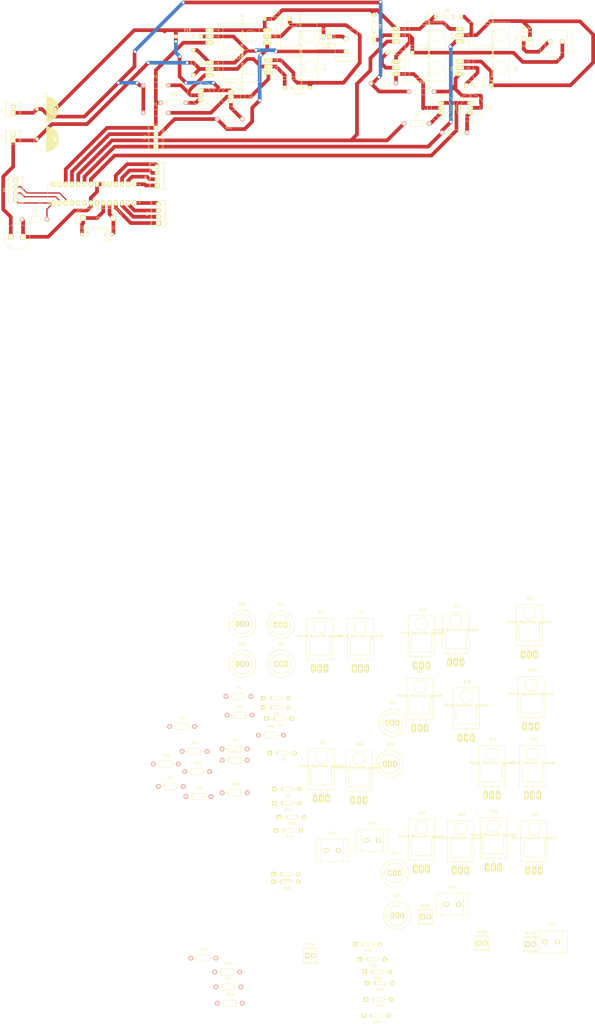
<source format=kicad_pcb>
(kicad_pcb (version 4) (host pcbnew 4.0.0-stable)
  (layers (0 F.Cu signal) (31 B.Cu signal) (34 B.Paste user) (35 F.Paste user) (36 B.SilkS user) (37 F.SilkS user) (38 B.Mask user) (39 F.Mask user) (44 Edge.Cuts user))
  (net 0 "")
  (net 1 +9V)
  (net 2 GND)
  (net 3 +5V)
  (net 4 "Net-(C3-Pad1)")
  (net 5 "Net-(C4-Pad1)")
  (net 6 "Net-(D1-Pad2)")
  (net 7 "Net-(D2-Pad2)")
  (net 8 "Net-(D3-Pad2)")
  (net 9 "Net-(D4-Pad2)")
  (net 10 "Net-(D11-Pad1)")
  (net 11 "Net-(D10-Pad2)")
  (net 12 "Net-(D13-Pad2)")
  (net 13 "Net-(D14-Pad2)")
  (net 14 "Net-(D15-Pad2)")
  (net 15 "Net-(D16-Pad2)")
  (net 16 "Net-(D21-Pad2)")
  (net 17 "Net-(D22-Pad2)")
  (net 18 "Net-(IC1-Pad1)")
  (net 19 "Net-(IC1-Pad2)")
  (net 20 "Net-(IC1-Pad3)")
  (net 21 /HighPower/STEPPER2PHASEA1)
  (net 22 +5VD)
  (net 23 /HighPower/STEPPER2PHASEA2)
  (net 24 /HighPower/STEPPER2PHASEB1)
  (net 25 /HighPower/STEPPER2PHASEB2)
  (net 26 /HighPower/STEPPER1PHASEA1)
  (net 27 /HighPower/STEPPER1PHASEA2)
  (net 28 /HighPower/STEPPER1PHASEB1)
  (net 29 /HighPower/STEPPER1PHASEB2)
  (net 30 /HighPower/STEPPER3PHASEA1)
  (net 31 /HighPower/STEPPER3PHASEA2)
  (net 32 /HighPower/STEPPER3PHASEB1)
  (net 33 /HighPower/STEPPER3PHASEB2)
  (net 34 "Net-(M1A1-Pad1)")
  (net 35 "Net-(M1A2-Pad1)")
  (net 36 "Net-(M1A3-Pad1)")
  (net 37 "Net-(M1A4-Pad1)")
  (net 38 "Net-(M1A5-Pad1)")
  (net 39 "Net-(M1A6-Pad1)")
  (net 40 "Net-(Q1-Pad1)")
  (net 41 "Net-(Q2-Pad1)")
  (net 42 "Net-(Q3-Pad1)")
  (net 43 "Net-(Q4-Pad1)")
  (net 44 "Net-(Q5-Pad3)")
  (net 45 "Net-(Q6-Pad3)")
  (net 46 "Net-(Q7-Pad3)")
  (net 47 "Net-(Q8-Pad3)")
  (net 48 "Net-(Q13-Pad1)")
  (net 49 "Net-(Q14-Pad1)")
  (net 50 "Net-(Q15-Pad3)")
  (net 51 "Net-(Q16-Pad3)")
  (net 52 "Net-(Q19-Pad1)")
  (net 53 "Net-(Q20-Pad1)")
  (net 54 "Net-(Q21-Pad1)")
  (net 55 "Net-(Q22-Pad1)")
  (net 56 "Net-(Q23-Pad3)")
  (net 57 "Net-(Q24-Pad3)")
  (net 58 "Net-(Q25-Pad3)")
  (net 59 "Net-(Q26-Pad3)")
  (net 60 "Net-(Q31-Pad1)")
  (net 61 "Net-(Q32-Pad1)")
  (net 62 "Net-(Q33-Pad3)")
  (net 63 "Net-(Q34-Pad3)")
  (module Capacitors_ThroughHole:C_Radial_D10_L20_P7.5 (layer F.Cu) (at 25.908 50.292)
    (fp_text reference C1 (at 3.75 -6.3) (layer F.SilkS))
    (fp_text value 100u)
    (pad 1 thru_hole rect (at 0 0) (size 1.3 1.3) (drill 0.8) (layers *.Cu *.Mask F.SilkS) (net 1 +9V))
    (pad 2 thru_hole circle (at 7.5 0) (size 1.3 1.3) (drill 0.8) (layers *.Cu *.Mask F.SilkS) (net 2 GND))
  )
  (module Capacitors_ThroughHole:C_Radial_D10_L20_P7.5 (layer F.Cu) (at 25.908 62.484)
    (fp_text reference C2 (at 3.75 -6.3) (layer F.SilkS))
    (fp_text value 320u)
    (pad 1 thru_hole rect (at 0 0) (size 1.3 1.3) (drill 0.8) (layers *.Cu *.Mask F.SilkS) (net 3 +5V))
    (pad 2 thru_hole circle (at 7.5 0) (size 1.3 1.3) (drill 0.8) (layers *.Cu *.Mask F.SilkS) (net 2 GND))
  )
  (module Capacitors_ThroughHole:C_Disc_D3_P2.5 (layer F.Cu) (at 56.388 101.092 180)
    (fp_text reference C3 (at 1.25 -2.5 180) (layer F.SilkS))
    (fp_text value C)
    (pad 1 thru_hole rect (at 0 0 180) (size 1.3 1.3) (drill 0.8) (layers *.Cu *.Mask F.SilkS) (net 4 "Net-(C3-Pad1)"))
    (pad 2 thru_hole circle (at 2.5 0 180) (size 1.3 1.3) (drill 0.8001) (layers *.Cu *.Mask F.SilkS) (net 2 GND))
  )
  (module Capacitors_ThroughHole:C_Disc_D3_P2.5 (layer F.Cu) (at 44.196 101.092)
    (fp_text reference C4 (at 1.25 -2.5) (layer F.SilkS))
    (fp_text value C)
    (pad 1 thru_hole rect (at 0 0) (size 1.3 1.3) (drill 0.8) (layers *.Cu *.Mask F.SilkS) (net 5 "Net-(C4-Pad1)"))
    (pad 2 thru_hole circle (at 2.5 0) (size 1.3 1.3) (drill 0.8001) (layers *.Cu *.Mask F.SilkS) (net 2 GND))
  )
  (module Diodes_ThroughHole:Diode_DO-35_SOD27_Horizontal_RM10 (layer F.Cu) (at 117.856 293.116)
    (fp_text reference D1 (at 5.43052 2.53746) (layer F.SilkS))
    (fp_text value SA5.0A)
    (pad 2 thru_hole circle (at 10.16052 -0.00254 180) (size 1.69926 1.69926) (drill 0.70104) (layers *.Cu *.Mask F.SilkS) (net 6 "Net-(D1-Pad2)"))
    (pad 1 thru_hole rect (at 0.00052 -0.00254 180) (size 1.69926 1.69926) (drill 0.70104) (layers *.Cu *.Mask F.SilkS) (net 3 +5V))
  )
  (module Diodes_ThroughHole:Diode_DO-35_SOD27_Horizontal_RM10 (layer F.Cu) (at 119.126 297.561)
    (fp_text reference D2 (at 5.43052 2.53746) (layer F.SilkS))
    (fp_text value SA5.0A)
    (pad 2 thru_hole circle (at 10.16052 -0.00254 180) (size 1.69926 1.69926) (drill 0.70104) (layers *.Cu *.Mask F.SilkS) (net 7 "Net-(D2-Pad2)"))
    (pad 1 thru_hole rect (at 0.00052 -0.00254 180) (size 1.69926 1.69926) (drill 0.70104) (layers *.Cu *.Mask F.SilkS) (net 3 +5V))
  )
  (module Diodes_ThroughHole:Diode_DO-35_SOD27_Horizontal_RM10 (layer F.Cu) (at 200.152 40.64)
    (fp_text reference D3 (at 5.43052 2.53746) (layer F.SilkS))
    (fp_text value SA5.0A)
    (pad 2 thru_hole circle (at 10.16052 -0.00254 180) (size 1.69926 1.69926) (drill 0.70104) (layers *.Cu *.Mask F.SilkS) (net 8 "Net-(D3-Pad2)"))
    (pad 1 thru_hole rect (at 0.00052 -0.00254 180) (size 1.69926 1.69926) (drill 0.70104) (layers *.Cu *.Mask F.SilkS) (net 3 +5V))
  )
  (module Diodes_ThroughHole:Diode_DO-35_SOD27_Horizontal_RM10 (layer F.Cu) (at 168.148 27.432)
    (fp_text reference D4 (at 5.43052 2.53746) (layer F.SilkS))
    (fp_text value SA5.0A)
    (pad 2 thru_hole circle (at 10.16052 -0.00254 180) (size 1.69926 1.69926) (drill 0.70104) (layers *.Cu *.Mask F.SilkS) (net 9 "Net-(D4-Pad2)"))
    (pad 1 thru_hole rect (at 0.00052 -0.00254 180) (size 1.69926 1.69926) (drill 0.70104) (layers *.Cu *.Mask F.SilkS) (net 3 +5V))
  )
  (module Diodes_ThroughHole:Diode_DO-35_SOD27_Horizontal_RM10 (layer F.Cu) (at 120.396 311.531)
    (fp_text reference D5 (at 5.43052 2.53746) (layer F.SilkS))
    (fp_text value SA5.0A)
    (pad 2 thru_hole circle (at 10.16052 -0.00254 180) (size 1.69926 1.69926) (drill 0.70104) (layers *.Cu *.Mask F.SilkS) (net 2 GND))
    (pad 1 thru_hole rect (at 0.00052 -0.00254 180) (size 1.69926 1.69926) (drill 0.70104) (layers *.Cu *.Mask F.SilkS) (net 6 "Net-(D1-Pad2)"))
  )
  (module Diodes_ThroughHole:Diode_DO-35_SOD27_Horizontal_RM10 (layer F.Cu) (at 197.993 12.827 180)
    (fp_text reference D6 (at 5.43052 2.53746 180) (layer F.SilkS))
    (fp_text value SA5.0A)
    (pad 2 thru_hole circle (at 10.16052 -0.00254) (size 1.69926 1.69926) (drill 0.70104) (layers *.Cu *.Mask F.SilkS) (net 2 GND))
    (pad 1 thru_hole rect (at 0.00052 -0.00254) (size 1.69926 1.69926) (drill 0.70104) (layers *.Cu *.Mask F.SilkS) (net 8 "Net-(D3-Pad2)"))
  )
  (module Diodes_ThroughHole:Diode_DO-35_SOD27_Horizontal_RM10 (layer F.Cu) (at 117.856 289.306)
    (fp_text reference D7 (at 5.43052 2.53746) (layer F.SilkS))
    (fp_text value SA5.0A)
    (pad 2 thru_hole circle (at 10.16052 -0.00254 180) (size 1.69926 1.69926) (drill 0.70104) (layers *.Cu *.Mask F.SilkS) (net 2 GND))
    (pad 1 thru_hole rect (at 0.00052 -0.00254 180) (size 1.69926 1.69926) (drill 0.70104) (layers *.Cu *.Mask F.SilkS) (net 7 "Net-(D2-Pad2)"))
  )
  (module Diodes_ThroughHole:Diode_DO-35_SOD27_Horizontal_RM10 (layer F.Cu) (at 162.7505 22.1615 90)
    (fp_text reference D8 (at 5.43052 2.53746 90) (layer F.SilkS))
    (fp_text value SA5.0A)
    (pad 2 thru_hole circle (at 10.16052 -0.00254 270) (size 1.69926 1.69926) (drill 0.70104) (layers *.Cu *.Mask F.SilkS) (net 2 GND))
    (pad 1 thru_hole rect (at 0.00052 -0.00254 270) (size 1.69926 1.69926) (drill 0.70104) (layers *.Cu *.Mask F.SilkS) (net 9 "Net-(D4-Pad2)"))
  )
  (module Diodes_ThroughHole:Diode_DO-35_SOD27_Horizontal_RM10 (layer F.Cu) (at 122.301 326.136)
    (fp_text reference D9 (at 5.43052 2.53746) (layer F.SilkS))
    (fp_text value SA5.0A)
    (pad 2 thru_hole circle (at 10.16052 -0.00254 180) (size 1.69926 1.69926) (drill 0.70104) (layers *.Cu *.Mask F.SilkS) (net 10 "Net-(D11-Pad1)"))
    (pad 1 thru_hole rect (at 0.00052 -0.00254 180) (size 1.69926 1.69926) (drill 0.70104) (layers *.Cu *.Mask F.SilkS) (net 3 +5V))
  )
  (module Diodes_ThroughHole:Diode_DO-35_SOD27_Horizontal_RM10 (layer F.Cu) (at 122.301 331.851)
    (fp_text reference D10 (at 5.43052 2.53746) (layer F.SilkS))
    (fp_text value SA5.0A)
    (pad 2 thru_hole circle (at 10.16052 -0.00254 180) (size 1.69926 1.69926) (drill 0.70104) (layers *.Cu *.Mask F.SilkS) (net 11 "Net-(D10-Pad2)"))
    (pad 1 thru_hole rect (at 0.00052 -0.00254 180) (size 1.69926 1.69926) (drill 0.70104) (layers *.Cu *.Mask F.SilkS) (net 3 +5V))
  )
  (module Diodes_ThroughHole:Diode_DO-35_SOD27_Horizontal_RM10 (layer F.Cu) (at 124.206 337.566)
    (fp_text reference D11 (at 5.43052 2.53746) (layer F.SilkS))
    (fp_text value SA5.0A)
    (pad 2 thru_hole circle (at 10.16052 -0.00254 180) (size 1.69926 1.69926) (drill 0.70104) (layers *.Cu *.Mask F.SilkS) (net 2 GND))
    (pad 1 thru_hole rect (at 0.00052 -0.00254 180) (size 1.69926 1.69926) (drill 0.70104) (layers *.Cu *.Mask F.SilkS) (net 10 "Net-(D11-Pad1)"))
  )
  (module Diodes_ThroughHole:Diode_DO-35_SOD27_Horizontal_RM10 (layer F.Cu) (at 122.936 342.9)
    (fp_text reference D12 (at 5.43052 2.53746) (layer F.SilkS))
    (fp_text value SA5.0A)
    (pad 2 thru_hole circle (at 10.16052 -0.00254 180) (size 1.69926 1.69926) (drill 0.70104) (layers *.Cu *.Mask F.SilkS) (net 2 GND))
    (pad 1 thru_hole rect (at 0.00052 -0.00254 180) (size 1.69926 1.69926) (drill 0.70104) (layers *.Cu *.Mask F.SilkS) (net 11 "Net-(D10-Pad2)"))
  )
  (module Diodes_ThroughHole:Diode_DO-35_SOD27_Horizontal_RM10 (layer F.Cu) (at 126.492 41.656)
    (fp_text reference D13 (at 5.43052 2.53746) (layer F.SilkS))
    (fp_text value SA5.0A)
    (pad 2 thru_hole circle (at 10.16052 -0.00254 180) (size 1.69926 1.69926) (drill 0.70104) (layers *.Cu *.Mask F.SilkS) (net 12 "Net-(D13-Pad2)"))
    (pad 1 thru_hole rect (at 0.00052 -0.00254 180) (size 1.69926 1.69926) (drill 0.70104) (layers *.Cu *.Mask F.SilkS) (net 3 +5V))
  )
  (module Diodes_ThroughHole:Diode_DO-35_SOD27_Horizontal_RM10 (layer F.Cu) (at 89.408 36.576 90)
    (fp_text reference D14 (at 5.43052 2.53746 90) (layer F.SilkS))
    (fp_text value SA5.0A)
    (pad 2 thru_hole circle (at 10.16052 -0.00254 270) (size 1.69926 1.69926) (drill 0.70104) (layers *.Cu *.Mask F.SilkS) (net 13 "Net-(D14-Pad2)"))
    (pad 1 thru_hole rect (at 0.00052 -0.00254 270) (size 1.69926 1.69926) (drill 0.70104) (layers *.Cu *.Mask F.SilkS) (net 3 +5V))
  )
  (module Diodes_ThroughHole:Diode_DO-35_SOD27_Horizontal_RM10 (layer F.Cu) (at 121.92 360.68)
    (fp_text reference D15 (at 5.43052 2.53746) (layer F.SilkS))
    (fp_text value SA5.0A)
    (pad 2 thru_hole circle (at 10.16052 -0.00254 180) (size 1.69926 1.69926) (drill 0.70104) (layers *.Cu *.Mask F.SilkS) (net 14 "Net-(D15-Pad2)"))
    (pad 1 thru_hole rect (at 0.00052 -0.00254 180) (size 1.69926 1.69926) (drill 0.70104) (layers *.Cu *.Mask F.SilkS) (net 3 +5V))
  )
  (module Diodes_ThroughHole:Diode_DO-35_SOD27_Horizontal_RM10 (layer F.Cu) (at 121.92 363.728)
    (fp_text reference D16 (at 5.43052 2.53746) (layer F.SilkS))
    (fp_text value SA5.0A)
    (pad 2 thru_hole circle (at 10.16052 -0.00254 180) (size 1.69926 1.69926) (drill 0.70104) (layers *.Cu *.Mask F.SilkS) (net 15 "Net-(D16-Pad2)"))
    (pad 1 thru_hole rect (at 0.00052 -0.00254 180) (size 1.69926 1.69926) (drill 0.70104) (layers *.Cu *.Mask F.SilkS) (net 3 +5V))
  )
  (module Diodes_ThroughHole:Diode_DO-35_SOD27_Horizontal_RM10 (layer F.Cu) (at 128.524 13.716 180)
    (fp_text reference D17 (at 5.43052 2.53746 180) (layer F.SilkS))
    (fp_text value SA5.0A)
    (pad 2 thru_hole circle (at 10.16052 -0.00254) (size 1.69926 1.69926) (drill 0.70104) (layers *.Cu *.Mask F.SilkS) (net 2 GND))
    (pad 1 thru_hole rect (at 0.00052 -0.00254) (size 1.69926 1.69926) (drill 0.70104) (layers *.Cu *.Mask F.SilkS) (net 12 "Net-(D13-Pad2)"))
  )
  (module Diodes_ThroughHole:Diode_DO-35_SOD27_Horizontal_RM10 (layer F.Cu) (at 92.456 20.828 180)
    (fp_text reference D18 (at 5.43052 2.53746 180) (layer F.SilkS))
    (fp_text value SA5.0A)
    (pad 2 thru_hole circle (at 10.16052 -0.00254) (size 1.69926 1.69926) (drill 0.70104) (layers *.Cu *.Mask F.SilkS) (net 2 GND))
    (pad 1 thru_hole rect (at 0.00052 -0.00254) (size 1.69926 1.69926) (drill 0.70104) (layers *.Cu *.Mask F.SilkS) (net 13 "Net-(D14-Pad2)"))
  )
  (module Diodes_ThroughHole:Diode_DO-35_SOD27_Horizontal_RM10 (layer F.Cu) (at 154.94 389.128)
    (fp_text reference D19 (at 5.43052 2.53746) (layer F.SilkS))
    (fp_text value SA5.0A)
    (pad 2 thru_hole circle (at 10.16052 -0.00254 180) (size 1.69926 1.69926) (drill 0.70104) (layers *.Cu *.Mask F.SilkS) (net 2 GND))
    (pad 1 thru_hole rect (at 0.00052 -0.00254 180) (size 1.69926 1.69926) (drill 0.70104) (layers *.Cu *.Mask F.SilkS) (net 14 "Net-(D15-Pad2)"))
  )
  (module Diodes_ThroughHole:Diode_DO-35_SOD27_Horizontal_RM10 (layer F.Cu) (at 156.972 395.224)
    (fp_text reference D20 (at 5.43052 2.53746) (layer F.SilkS))
    (fp_text value SA5.0A)
    (pad 2 thru_hole circle (at 10.16052 -0.00254 180) (size 1.69926 1.69926) (drill 0.70104) (layers *.Cu *.Mask F.SilkS) (net 2 GND))
    (pad 1 thru_hole rect (at 0.00052 -0.00254 180) (size 1.69926 1.69926) (drill 0.70104) (layers *.Cu *.Mask F.SilkS) (net 15 "Net-(D16-Pad2)"))
  )
  (module Diodes_ThroughHole:Diode_DO-35_SOD27_Horizontal_RM10 (layer F.Cu) (at 159.004 400.304)
    (fp_text reference D21 (at 5.43052 2.53746) (layer F.SilkS))
    (fp_text value SA5.0A)
    (pad 2 thru_hole circle (at 10.16052 -0.00254 180) (size 1.69926 1.69926) (drill 0.70104) (layers *.Cu *.Mask F.SilkS) (net 16 "Net-(D21-Pad2)"))
    (pad 1 thru_hole rect (at 0.00052 -0.00254 180) (size 1.69926 1.69926) (drill 0.70104) (layers *.Cu *.Mask F.SilkS) (net 3 +5V))
  )
  (module Diodes_ThroughHole:Diode_DO-35_SOD27_Horizontal_RM10 (layer F.Cu) (at 160.02 404.876)
    (fp_text reference D22 (at 5.43052 2.53746) (layer F.SilkS))
    (fp_text value SA5.0A)
    (pad 2 thru_hole circle (at 10.16052 -0.00254 180) (size 1.69926 1.69926) (drill 0.70104) (layers *.Cu *.Mask F.SilkS) (net 17 "Net-(D22-Pad2)"))
    (pad 1 thru_hole rect (at 0.00052 -0.00254 180) (size 1.69926 1.69926) (drill 0.70104) (layers *.Cu *.Mask F.SilkS) (net 3 +5V))
  )
  (module Diodes_ThroughHole:Diode_DO-35_SOD27_Horizontal_RM10 (layer F.Cu) (at 159.512 411.48)
    (fp_text reference D23 (at 5.43052 2.53746) (layer F.SilkS))
    (fp_text value SA5.0A)
    (pad 2 thru_hole circle (at 10.16052 -0.00254 180) (size 1.69926 1.69926) (drill 0.70104) (layers *.Cu *.Mask F.SilkS) (net 2 GND))
    (pad 1 thru_hole rect (at 0.00052 -0.00254 180) (size 1.69926 1.69926) (drill 0.70104) (layers *.Cu *.Mask F.SilkS) (net 16 "Net-(D21-Pad2)"))
  )
  (module Diodes_ThroughHole:Diode_DO-35_SOD27_Horizontal_RM10 (layer F.Cu) (at 158.496 418.084)
    (fp_text reference D24 (at 5.43052 2.53746) (layer F.SilkS))
    (fp_text value SA5.0A)
    (pad 2 thru_hole circle (at 10.16052 -0.00254 180) (size 1.69926 1.69926) (drill 0.70104) (layers *.Cu *.Mask F.SilkS) (net 2 GND))
    (pad 1 thru_hole rect (at 0.00052 -0.00254 180) (size 1.69926 1.69926) (drill 0.70104) (layers *.Cu *.Mask F.SilkS) (net 17 "Net-(D22-Pad2)"))
  )
  (module Housings_DIP:DIP-28_W7.62mm_LongPads (layer F.Cu) (at 32.512 88.392 90)
    (fp_text reference IC1 (at 0 -5.22 90) (layer F.SilkS))
    (fp_text value ATMEGA328-P)
    (pad 1 thru_hole oval (at 0 0 90) (size 2.3 1.6) (drill 0.8) (layers *.Cu *.Mask F.SilkS) (net 18 "Net-(IC1-Pad1)"))
    (pad 2 thru_hole oval (at 0 2.54 90) (size 2.3 1.6) (drill 0.8) (layers *.Cu *.Mask F.SilkS) (net 19 "Net-(IC1-Pad2)"))
    (pad 3 thru_hole oval (at 0 5.08 90) (size 2.3 1.6) (drill 0.8) (layers *.Cu *.Mask F.SilkS) (net 20 "Net-(IC1-Pad3)"))
    (pad 4 thru_hole oval (at 0 7.62 90) (size 2.3 1.6) (drill 0.8) (layers *.Cu *.Mask F.SilkS) (net 2 GND))
    (pad 5 thru_hole oval (at 0 10.16 90) (size 2.3 1.6) (drill 0.8) (layers *.Cu *.Mask F.SilkS) (net 2 GND))
    (pad 6 thru_hole oval (at 0 12.7 90) (size 2.3 1.6) (drill 0.8) (layers *.Cu *.Mask F.SilkS) (net 2 GND))
    (pad 7 thru_hole oval (at 0 15.24 90) (size 2.3 1.6) (drill 0.8) (layers *.Cu *.Mask F.SilkS) (net 22 +5VD))
    (pad 8 thru_hole oval (at 0 17.78 90) (size 2.3 1.6) (drill 0.8) (layers *.Cu *.Mask F.SilkS) (net 2 GND))
    (pad 9 thru_hole oval (at 0 20.32 90) (size 2.3 1.6) (drill 0.8) (layers *.Cu *.Mask F.SilkS) (net 5 "Net-(C4-Pad1)"))
    (pad 10 thru_hole oval (at 0 22.86 90) (size 2.3 1.6) (drill 0.8) (layers *.Cu *.Mask F.SilkS) (net 4 "Net-(C3-Pad1)"))
    (pad 11 thru_hole oval (at 0 25.4 90) (size 2.3 1.6) (drill 0.8) (layers *.Cu *.Mask F.SilkS) (net 21 /HighPower/STEPPER2PHASEA1))
    (pad 12 thru_hole oval (at 0 27.94 90) (size 2.3 1.6) (drill 0.8) (layers *.Cu *.Mask F.SilkS) (net 23 /HighPower/STEPPER2PHASEA2))
    (pad 13 thru_hole oval (at 0 30.48 90) (size 2.3 1.6) (drill 0.8) (layers *.Cu *.Mask F.SilkS) (net 24 /HighPower/STEPPER2PHASEB1))
    (pad 14 thru_hole oval (at 0 33.02 90) (size 2.3 1.6) (drill 0.8) (layers *.Cu *.Mask F.SilkS) (net 25 /HighPower/STEPPER2PHASEB2))
    (pad 15 thru_hole oval (at 7.62 33.02 90) (size 2.3 1.6) (drill 0.8) (layers *.Cu *.Mask F.SilkS) (net 26 /HighPower/STEPPER1PHASEA1))
    (pad 16 thru_hole oval (at 7.62 30.48 90) (size 2.3 1.6) (drill 0.8) (layers *.Cu *.Mask F.SilkS) (net 27 /HighPower/STEPPER1PHASEA2))
    (pad 17 thru_hole oval (at 7.62 27.94 90) (size 2.3 1.6) (drill 0.8) (layers *.Cu *.Mask F.SilkS) (net 28 /HighPower/STEPPER1PHASEB1))
    (pad 18 thru_hole oval (at 7.62 25.4 90) (size 2.3 1.6) (drill 0.8) (layers *.Cu *.Mask F.SilkS) (net 29 /HighPower/STEPPER1PHASEB2))
    (pad 19 thru_hole oval (at 7.62 22.86 90) (size 2.3 1.6) (drill 0.8) (layers *.Cu *.Mask F.SilkS) (net 2 GND))
    (pad 20 thru_hole oval (at 7.62 20.32 90) (size 2.3 1.6) (drill 0.8) (layers *.Cu *.Mask F.SilkS) (net 22 +5VD))
    (pad 21 thru_hole oval (at 7.62 17.78 90) (size 2.3 1.6) (drill 0.8) (layers *.Cu *.Mask F.SilkS) (net 22 +5VD))
    (pad 22 thru_hole oval (at 7.62 15.24 90) (size 2.3 1.6) (drill 0.8) (layers *.Cu *.Mask F.SilkS) (net 2 GND))
    (pad 23 thru_hole oval (at 7.62 12.7 90) (size 2.3 1.6) (drill 0.8) (layers *.Cu *.Mask F.SilkS) (net 30 /HighPower/STEPPER3PHASEA1))
    (pad 24 thru_hole oval (at 7.62 10.16 90) (size 2.3 1.6) (drill 0.8) (layers *.Cu *.Mask F.SilkS) (net 31 /HighPower/STEPPER3PHASEA2))
    (pad 25 thru_hole oval (at 7.62 7.62 90) (size 2.3 1.6) (drill 0.8) (layers *.Cu *.Mask F.SilkS) (net 32 /HighPower/STEPPER3PHASEB1))
    (pad 26 thru_hole oval (at 7.62 5.08 90) (size 2.3 1.6) (drill 0.8) (layers *.Cu *.Mask F.SilkS) (net 33 /HighPower/STEPPER3PHASEB2))
    (pad 27 thru_hole oval (at 7.62 2.54 90) (size 2.3 1.6) (drill 0.8) (layers *.Cu *.Mask F.SilkS) (net 2 GND))
    (pad 28 thru_hole oval (at 7.62 0 90) (size 2.3 1.6) (drill 0.8) (layers *.Cu *.Mask F.SilkS) (net 2 GND))
  )
  (module Inductors_NEOSID:Neosid_Inductor_Sd12k-style3 (layer F.Cu) (at 17.78 102.108)
    (fp_text reference L1 (at 0 -7.00024) (layer F.SilkS))
    (fp_text value INDUCTOR)
    (pad 2 thru_hole circle (at 2.49936 0) (size 2.49936 2.49936) (drill 1.39954) (layers *.Cu *.Mask F.SilkS) (net 22 +5VD))
    (pad 1 thru_hole circle (at -2.49936 0) (size 2.49936 2.49936) (drill 1.39954) (layers *.Cu *.Mask F.SilkS) (net 3 +5V))
  )
  (module Terminal_Blocks:TerminalBlock_Pheonix_MPT-2.54mm_2pol (layer F.Cu) (at 225.044 389.128)
    (fp_text reference M1A1 (at 1.27 -4.50088) (layer F.SilkS))
    (fp_text value CONN_01X02)
    (pad 2 thru_hole oval (at 2.54 0) (size 1.99898 1.99898) (drill 1.09728) (layers *.Cu *.Mask F.SilkS) (net 6 "Net-(D1-Pad2)"))
    (pad 1 thru_hole rect (at 0 0) (size 1.99898 1.99898) (drill 1.09728) (layers *.Cu *.Mask F.SilkS) (net 34 "Net-(M1A1-Pad1)"))
  )
  (module Terminal_Blocks:TerminalBlock_Pheonix_MPT-2.54mm_2pol (layer F.Cu) (at 223.52 21.844)
    (fp_text reference M1A2 (at 1.27 -4.50088) (layer F.SilkS))
    (fp_text value CONN_01X02)
    (pad 2 thru_hole oval (at 2.54 0) (size 1.99898 1.99898) (drill 1.09728) (layers *.Cu *.Mask F.SilkS) (net 8 "Net-(D3-Pad2)"))
    (pad 1 thru_hole rect (at 0 0) (size 1.99898 1.99898) (drill 1.09728) (layers *.Cu *.Mask F.SilkS) (net 35 "Net-(M1A2-Pad1)"))
  )
  (module Terminal_Blocks:TerminalBlock_Pheonix_MPT-2.54mm_2pol (layer F.Cu) (at 205.232 388.62)
    (fp_text reference M1A3 (at 1.27 -4.50088) (layer F.SilkS))
    (fp_text value CONN_01X02)
    (pad 2 thru_hole oval (at 2.54 0) (size 1.99898 1.99898) (drill 1.09728) (layers *.Cu *.Mask F.SilkS) (net 10 "Net-(D11-Pad1)"))
    (pad 1 thru_hole rect (at 0 0) (size 1.99898 1.99898) (drill 1.09728) (layers *.Cu *.Mask F.SilkS) (net 36 "Net-(M1A3-Pad1)"))
  )
  (module Terminal_Blocks:TerminalBlock_Pheonix_MPT-2.54mm_2pol (layer F.Cu) (at 144.78 20.828 180)
    (fp_text reference M1A4 (at 1.27 -4.50088 180) (layer F.SilkS))
    (fp_text value CONN_01X02)
    (pad 2 thru_hole oval (at 2.54 0 180) (size 1.99898 1.99898) (drill 1.09728) (layers *.Cu *.Mask F.SilkS) (net 12 "Net-(D13-Pad2)"))
    (pad 1 thru_hole rect (at 0 0 180) (size 1.99898 1.99898) (drill 1.09728) (layers *.Cu *.Mask F.SilkS) (net 37 "Net-(M1A4-Pad1)"))
  )
  (module Terminal_Blocks:TerminalBlock_Pheonix_MPT-2.54mm_2pol (layer F.Cu) (at 182.372 377.952)
    (fp_text reference M1A5 (at 1.27 -4.50088) (layer F.SilkS))
    (fp_text value CONN_01X02)
    (pad 2 thru_hole oval (at 2.54 0) (size 1.99898 1.99898) (drill 1.09728) (layers *.Cu *.Mask F.SilkS) (net 14 "Net-(D15-Pad2)"))
    (pad 1 thru_hole rect (at 0 0) (size 1.99898 1.99898) (drill 1.09728) (layers *.Cu *.Mask F.SilkS) (net 38 "Net-(M1A5-Pad1)"))
  )
  (module Terminal_Blocks:TerminalBlock_Pheonix_MPT-2.54mm_2pol (layer F.Cu) (at 135.636 393.7)
    (fp_text reference M1A6 (at 1.27 -4.50088) (layer F.SilkS))
    (fp_text value CONN_01X02)
    (pad 2 thru_hole oval (at 2.54 0) (size 1.99898 1.99898) (drill 1.09728) (layers *.Cu *.Mask F.SilkS) (net 16 "Net-(D21-Pad2)"))
    (pad 1 thru_hole rect (at 0 0) (size 1.99898 1.99898) (drill 1.09728) (layers *.Cu *.Mask F.SilkS) (net 39 "Net-(M1A6-Pad1)"))
  )
  (module Terminal_Blocks:TerminalBlock_Pheonix_MPT-2.54mm_2pol (layer F.Cu) (at 16.256 51.816 90)
    (fp_text reference P1 (at 1.27 -4.50088 90) (layer F.SilkS))
    (fp_text value CONN_01X02)
    (pad 2 thru_hole oval (at 2.54 0 90) (size 1.99898 1.99898) (drill 1.09728) (layers *.Cu *.Mask F.SilkS) (net 2 GND))
    (pad 1 thru_hole rect (at 0 0 90) (size 1.99898 1.99898) (drill 1.09728) (layers *.Cu *.Mask F.SilkS) (net 1 +9V))
  )
  (module Terminal_Blocks:TerminalBlock_Pheonix_MPT-2.54mm_2pol (layer F.Cu) (at 16.256 62.992 90)
    (fp_text reference P2 (at 1.27 -4.50088 90) (layer F.SilkS))
    (fp_text value CONN_01X02)
    (pad 2 thru_hole oval (at 2.54 0 90) (size 1.99898 1.99898) (drill 1.09728) (layers *.Cu *.Mask F.SilkS) (net 2 GND))
    (pad 1 thru_hole rect (at 0 0 90) (size 1.99898 1.99898) (drill 1.09728) (layers *.Cu *.Mask F.SilkS) (net 3 +5V))
  )
  (module Terminal_Blocks:TerminalBlock_Pheonix_MPT-2.54mm_4pol (layer F.Cu) (at 74.676 81.28 90)
    (fp_text reference P3 (at 3.81 -4.50088 90) (layer F.SilkS))
    (fp_text value CONN_01X04)
    (pad 4 thru_hole oval (at 7.62 0 270) (size 1.99898 1.99898) (drill 1.09728) (layers *.Cu *.Mask F.SilkS) (net 29 /HighPower/STEPPER1PHASEB2))
    (pad 1 thru_hole rect (at 0 0 270) (size 1.99898 1.99898) (drill 1.09728) (layers *.Cu *.Mask F.SilkS) (net 26 /HighPower/STEPPER1PHASEA1))
    (pad 2 thru_hole oval (at 2.54 0 270) (size 1.99898 1.99898) (drill 1.09728) (layers *.Cu *.Mask F.SilkS) (net 27 /HighPower/STEPPER1PHASEA2))
    (pad 3 thru_hole oval (at 5.08 0 270) (size 1.99898 1.99898) (drill 1.09728) (layers *.Cu *.Mask F.SilkS) (net 28 /HighPower/STEPPER1PHASEB1))
  )
  (module Terminal_Blocks:TerminalBlock_Pheonix_MPT-2.54mm_4pol (layer F.Cu) (at 75.184 96.52 90)
    (fp_text reference P4 (at 3.81 -4.50088 90) (layer F.SilkS))
    (fp_text value CONN_01X04)
    (pad 4 thru_hole oval (at 7.62 0 270) (size 1.99898 1.99898) (drill 1.09728) (layers *.Cu *.Mask F.SilkS) (net 25 /HighPower/STEPPER2PHASEB2))
    (pad 1 thru_hole rect (at 0 0 270) (size 1.99898 1.99898) (drill 1.09728) (layers *.Cu *.Mask F.SilkS) (net 21 /HighPower/STEPPER2PHASEA1))
    (pad 2 thru_hole oval (at 2.54 0 270) (size 1.99898 1.99898) (drill 1.09728) (layers *.Cu *.Mask F.SilkS) (net 23 /HighPower/STEPPER2PHASEA2))
    (pad 3 thru_hole oval (at 5.08 0 270) (size 1.99898 1.99898) (drill 1.09728) (layers *.Cu *.Mask F.SilkS) (net 24 /HighPower/STEPPER2PHASEB1))
  )
  (module Terminal_Blocks:TerminalBlock_Pheonix_MPT-2.54mm_4pol (layer F.Cu) (at 74.168 65.532 90)
    (fp_text reference P5 (at 3.81 -4.50088 90) (layer F.SilkS))
    (fp_text value CONN_01X04)
    (pad 4 thru_hole oval (at 7.62 0 270) (size 1.99898 1.99898) (drill 1.09728) (layers *.Cu *.Mask F.SilkS) (net 33 /HighPower/STEPPER3PHASEB2))
    (pad 1 thru_hole rect (at 0 0 270) (size 1.99898 1.99898) (drill 1.09728) (layers *.Cu *.Mask F.SilkS) (net 30 /HighPower/STEPPER3PHASEA1))
    (pad 2 thru_hole oval (at 2.54 0 270) (size 1.99898 1.99898) (drill 1.09728) (layers *.Cu *.Mask F.SilkS) (net 31 /HighPower/STEPPER3PHASEA2))
    (pad 3 thru_hole oval (at 5.08 0 270) (size 1.99898 1.99898) (drill 1.09728) (layers *.Cu *.Mask F.SilkS) (net 32 /HighPower/STEPPER3PHASEB1))
  )
  (module Terminal_Blocks:TerminalBlock_Pheonix_MPT-2.54mm_4pol (layer F.Cu) (at 17.272 86.868 90)
    (fp_text reference P6 (at 3.81 -4.50088 90) (layer F.SilkS))
    (fp_text value CONN_01X04)
    (pad 4 thru_hole oval (at 7.62 0 270) (size 1.99898 1.99898) (drill 1.09728) (layers *.Cu *.Mask F.SilkS) (net 2 GND))
    (pad 1 thru_hole rect (at 0 0 270) (size 1.99898 1.99898) (drill 1.09728) (layers *.Cu *.Mask F.SilkS) (net 18 "Net-(IC1-Pad1)"))
    (pad 2 thru_hole oval (at 2.54 0 270) (size 1.99898 1.99898) (drill 1.09728) (layers *.Cu *.Mask F.SilkS) (net 19 "Net-(IC1-Pad2)"))
    (pad 3 thru_hole oval (at 5.08 0 270) (size 1.99898 1.99898) (drill 1.09728) (layers *.Cu *.Mask F.SilkS) (net 20 "Net-(IC1-Pad3)"))
  )
  (module TO_SOT_Packages_THT:TO-220_Neutral123_Horizontal_Reverse_LargePads (layer F.Cu) (at 157.226 277.241)
    (fp_text reference Q1 (at 0.44958 -22.75078) (layer F.SilkS))
    (fp_text value FQP20N06)
    (fp_text user "Mount Backside upward!" (at 0 -13.208) (layer F.SilkS))
    (pad 2 thru_hole oval (at 0 0 90) (size 3.50012 1.69926) (drill 1.00076) (layers *.Cu *.Mask F.SilkS) (net 3 +5V))
    (pad 3 thru_hole oval (at -2.54 0 90) (size 3.50012 1.69926) (drill 1.00076) (layers *.Cu *.Mask F.SilkS) (net 6 "Net-(D1-Pad2)"))
    (pad 1 thru_hole oval (at 2.54 0 90) (size 3.50012 1.69926) (drill 1.00076) (layers *.Cu *.Mask F.SilkS) (net 40 "Net-(Q1-Pad1)"))
    (pad "" np_thru_hole circle (at 0 -16.764 90) (size 3.79984 3.79984) (drill 3.79984) (layers *.Cu *.Mask F.SilkS))
  )
  (module TO_SOT_Packages_THT:TO-220_Neutral123_Horizontal_Reverse_LargePads (layer F.Cu) (at 140.716 277.241)
    (fp_text reference Q2 (at 0.44958 -22.75078) (layer F.SilkS))
    (fp_text value FQP20N06)
    (fp_text user "Mount Backside upward!" (at 0 -13.208) (layer F.SilkS))
    (pad 2 thru_hole oval (at 0 0 90) (size 3.50012 1.69926) (drill 1.00076) (layers *.Cu *.Mask F.SilkS) (net 3 +5V))
    (pad 3 thru_hole oval (at -2.54 0 90) (size 3.50012 1.69926) (drill 1.00076) (layers *.Cu *.Mask F.SilkS) (net 7 "Net-(D2-Pad2)"))
    (pad 1 thru_hole oval (at 2.54 0 90) (size 3.50012 1.69926) (drill 1.00076) (layers *.Cu *.Mask F.SilkS) (net 41 "Net-(Q2-Pad1)"))
    (pad "" np_thru_hole circle (at 0 -16.764 90) (size 3.79984 3.79984) (drill 3.79984) (layers *.Cu *.Mask F.SilkS))
  )
  (module TO_SOT_Packages_THT:TO-220_Neutral123_Horizontal_Reverse_LargePads (layer F.Cu) (at 197.612 33.528 270)
    (fp_text reference Q3 (at 0.44958 -22.75078 270) (layer F.SilkS))
    (fp_text value FQP20N06)
    (fp_text user "Mount Backside upward!" (at 0 -13.208 270) (layer F.SilkS))
    (pad 2 thru_hole oval (at 0 0) (size 3.50012 1.69926) (drill 1.00076) (layers *.Cu *.Mask F.SilkS) (net 3 +5V))
    (pad 3 thru_hole oval (at -2.54 0) (size 3.50012 1.69926) (drill 1.00076) (layers *.Cu *.Mask F.SilkS) (net 8 "Net-(D3-Pad2)"))
    (pad 1 thru_hole oval (at 2.54 0) (size 3.50012 1.69926) (drill 1.00076) (layers *.Cu *.Mask F.SilkS) (net 42 "Net-(Q3-Pad1)"))
    (pad "" np_thru_hole circle (at 0 -16.764) (size 3.79984 3.79984) (drill 3.79984) (layers *.Cu *.Mask F.SilkS))
  )
  (module TO_SOT_Packages_THT:TO-220_Neutral123_Horizontal_Reverse_LargePads (layer F.Cu) (at 171.704 33.528 270)
    (fp_text reference Q4 (at 0.44958 -22.75078 270) (layer F.SilkS))
    (fp_text value FQP20N06)
    (fp_text user "Mount Backside upward!" (at 0 -13.208 270) (layer F.SilkS))
    (pad 2 thru_hole oval (at 0 0) (size 3.50012 1.69926) (drill 1.00076) (layers *.Cu *.Mask F.SilkS) (net 3 +5V))
    (pad 3 thru_hole oval (at -2.54 0) (size 3.50012 1.69926) (drill 1.00076) (layers *.Cu *.Mask F.SilkS) (net 9 "Net-(D4-Pad2)"))
    (pad 1 thru_hole oval (at 2.54 0) (size 3.50012 1.69926) (drill 1.00076) (layers *.Cu *.Mask F.SilkS) (net 43 "Net-(Q4-Pad1)"))
    (pad "" np_thru_hole circle (at 0 -16.764) (size 3.79984 3.79984) (drill 3.79984) (layers *.Cu *.Mask F.SilkS))
  )
  (module Transistors_OldSowjetAera:OldSowjetaera_Transistor_Type-I_BigPads (layer F.Cu) (at 124.841 259.461)
    (fp_text reference Q5 (at 0.1 -8.1) (layer F.SilkS))
    (fp_text value 2N3704)
    (pad 2 thru_hole oval (at 0 0) (size 1.4 2.5) (drill 0.8) (layers *.Cu *.Mask F.SilkS) (net 40 "Net-(Q1-Pad1)"))
    (pad 1 thru_hole oval (at -2 0) (size 1.4 2.5) (drill 0.8) (layers *.Cu *.Mask F.SilkS) (net 2 GND))
    (pad 3 thru_hole oval (at 2 0) (size 1.4 2.5) (drill 0.8) (layers *.Cu *.Mask F.SilkS) (net 44 "Net-(Q5-Pad3)"))
  )
  (module Transistors_OldSowjetAera:OldSowjetaera_Transistor_Type-I_BigPads (layer F.Cu) (at 124.968 275.336)
    (fp_text reference Q6 (at 0.1 -8.1) (layer F.SilkS))
    (fp_text value 2N3704)
    (pad 2 thru_hole oval (at 0 0) (size 1.4 2.5) (drill 0.8) (layers *.Cu *.Mask F.SilkS) (net 41 "Net-(Q2-Pad1)"))
    (pad 1 thru_hole oval (at -2 0) (size 1.4 2.5) (drill 0.8) (layers *.Cu *.Mask F.SilkS) (net 2 GND))
    (pad 3 thru_hole oval (at 2 0) (size 1.4 2.5) (drill 0.8) (layers *.Cu *.Mask F.SilkS) (net 45 "Net-(Q6-Pad3)"))
  )
  (module Transistors_OldSowjetAera:OldSowjetaera_Transistor_Type-I_BigPads (layer F.Cu) (at 201.803 49.784 270)
    (fp_text reference Q7 (at 0.1 -8.1 270) (layer F.SilkS))
    (fp_text value 2N3704)
    (pad 2 thru_hole oval (at 0 0 270) (size 1.4 2.5) (drill 0.8) (layers *.Cu *.Mask F.SilkS) (net 42 "Net-(Q3-Pad1)"))
    (pad 1 thru_hole oval (at -2 0 270) (size 1.4 2.5) (drill 0.8) (layers *.Cu *.Mask F.SilkS) (net 2 GND))
    (pad 3 thru_hole oval (at 2 0 270) (size 1.4 2.5) (drill 0.8) (layers *.Cu *.Mask F.SilkS) (net 46 "Net-(Q7-Pad3)"))
  )
  (module Transistors_OldSowjetAera:OldSowjetaera_Transistor_Type-I_BigPads (layer F.Cu) (at 189.992 49.784 270)
    (fp_text reference Q8 (at 0.1 -8.1 270) (layer F.SilkS))
    (fp_text value 2N3704)
    (pad 2 thru_hole oval (at 0 0 270) (size 1.4 2.5) (drill 0.8) (layers *.Cu *.Mask F.SilkS) (net 43 "Net-(Q4-Pad1)"))
    (pad 1 thru_hole oval (at -2 0 270) (size 1.4 2.5) (drill 0.8) (layers *.Cu *.Mask F.SilkS) (net 2 GND))
    (pad 3 thru_hole oval (at 2 0 270) (size 1.4 2.5) (drill 0.8) (layers *.Cu *.Mask F.SilkS) (net 47 "Net-(Q8-Pad3)"))
  )
  (module TO_SOT_Packages_THT:TO-220_Neutral123_Horizontal_Reverse_LargePads (layer F.Cu) (at 141.351 329.946)
    (fp_text reference Q9 (at 0.44958 -22.75078) (layer F.SilkS))
    (fp_text value FQP20N06)
    (fp_text user "Mount Backside upward!" (at 0 -13.208) (layer F.SilkS))
    (pad 2 thru_hole oval (at 0 0 90) (size 3.50012 1.69926) (drill 1.00076) (layers *.Cu *.Mask F.SilkS) (net 6 "Net-(D1-Pad2)"))
    (pad 3 thru_hole oval (at -2.54 0 90) (size 3.50012 1.69926) (drill 1.00076) (layers *.Cu *.Mask F.SilkS) (net 2 GND))
    (pad 1 thru_hole oval (at 2.54 0 90) (size 3.50012 1.69926) (drill 1.00076) (layers *.Cu *.Mask F.SilkS) (net 26 /HighPower/STEPPER1PHASEA1))
    (pad "" np_thru_hole circle (at 0 -16.764 90) (size 3.79984 3.79984) (drill 3.79984) (layers *.Cu *.Mask F.SilkS))
  )
  (module TO_SOT_Packages_THT:TO-220_Neutral123_Horizontal_Reverse_LargePads (layer F.Cu) (at 156.591 330.581)
    (fp_text reference Q10 (at 0.44958 -22.75078) (layer F.SilkS))
    (fp_text value FQP20N06)
    (fp_text user "Mount Backside upward!" (at 0 -13.208) (layer F.SilkS))
    (pad 2 thru_hole oval (at 0 0 90) (size 3.50012 1.69926) (drill 1.00076) (layers *.Cu *.Mask F.SilkS) (net 7 "Net-(D2-Pad2)"))
    (pad 3 thru_hole oval (at -2.54 0 90) (size 3.50012 1.69926) (drill 1.00076) (layers *.Cu *.Mask F.SilkS) (net 2 GND))
    (pad 1 thru_hole oval (at 2.54 0 90) (size 3.50012 1.69926) (drill 1.00076) (layers *.Cu *.Mask F.SilkS) (net 27 /HighPower/STEPPER1PHASEA2))
    (pad "" np_thru_hole circle (at 0 -16.764 90) (size 3.79984 3.79984) (drill 3.79984) (layers *.Cu *.Mask F.SilkS))
  )
  (module TO_SOT_Packages_THT:TO-220_Neutral123_Horizontal_Reverse_LargePads (layer F.Cu) (at 197.612 20.32 270)
    (fp_text reference Q11 (at 0.44958 -22.75078 270) (layer F.SilkS))
    (fp_text value FQP20N06)
    (fp_text user "Mount Backside upward!" (at 0 -13.208 270) (layer F.SilkS))
    (pad 2 thru_hole oval (at 0 0) (size 3.50012 1.69926) (drill 1.00076) (layers *.Cu *.Mask F.SilkS) (net 8 "Net-(D3-Pad2)"))
    (pad 3 thru_hole oval (at -2.54 0) (size 3.50012 1.69926) (drill 1.00076) (layers *.Cu *.Mask F.SilkS) (net 2 GND))
    (pad 1 thru_hole oval (at 2.54 0) (size 3.50012 1.69926) (drill 1.00076) (layers *.Cu *.Mask F.SilkS) (net 30 /HighPower/STEPPER3PHASEA1))
    (pad "" np_thru_hole circle (at 0 -16.764) (size 3.79984 3.79984) (drill 3.79984) (layers *.Cu *.Mask F.SilkS))
  )
  (module TO_SOT_Packages_THT:TO-220_Neutral123_Horizontal_Reverse_LargePads (layer F.Cu) (at 171.704 20.32 270)
    (fp_text reference Q12 (at 0.44958 -22.75078 270) (layer F.SilkS))
    (fp_text value FQP20N06)
    (fp_text user "Mount Backside upward!" (at 0 -13.208 270) (layer F.SilkS))
    (pad 2 thru_hole oval (at 0 0) (size 3.50012 1.69926) (drill 1.00076) (layers *.Cu *.Mask F.SilkS) (net 9 "Net-(D4-Pad2)"))
    (pad 3 thru_hole oval (at -2.54 0) (size 3.50012 1.69926) (drill 1.00076) (layers *.Cu *.Mask F.SilkS) (net 2 GND))
    (pad 1 thru_hole oval (at 2.54 0) (size 3.50012 1.69926) (drill 1.00076) (layers *.Cu *.Mask F.SilkS) (net 31 /HighPower/STEPPER3PHASEA2))
    (pad "" np_thru_hole circle (at 0 -16.764) (size 3.79984 3.79984) (drill 3.79984) (layers *.Cu *.Mask F.SilkS))
  )
  (module TO_SOT_Packages_THT:TO-220_Neutral123_Horizontal_Reverse_LargePads (layer F.Cu) (at 181.991 275.971)
    (fp_text reference Q13 (at 0.44958 -22.75078) (layer F.SilkS))
    (fp_text value FQP20N06)
    (fp_text user "Mount Backside upward!" (at 0 -13.208) (layer F.SilkS))
    (pad 2 thru_hole oval (at 0 0 90) (size 3.50012 1.69926) (drill 1.00076) (layers *.Cu *.Mask F.SilkS) (net 3 +5V))
    (pad 3 thru_hole oval (at -2.54 0 90) (size 3.50012 1.69926) (drill 1.00076) (layers *.Cu *.Mask F.SilkS) (net 10 "Net-(D11-Pad1)"))
    (pad 1 thru_hole oval (at 2.54 0 90) (size 3.50012 1.69926) (drill 1.00076) (layers *.Cu *.Mask F.SilkS) (net 48 "Net-(Q13-Pad1)"))
    (pad "" np_thru_hole circle (at 0 -16.764 90) (size 3.79984 3.79984) (drill 3.79984) (layers *.Cu *.Mask F.SilkS))
  )
  (module TO_SOT_Packages_THT:TO-220_Neutral123_Horizontal_Reverse_LargePads (layer F.Cu) (at 195.961 274.701)
    (fp_text reference Q14 (at 0.44958 -22.75078) (layer F.SilkS))
    (fp_text value FQP20N06)
    (fp_text user "Mount Backside upward!" (at 0 -13.208) (layer F.SilkS))
    (pad 2 thru_hole oval (at 0 0 90) (size 3.50012 1.69926) (drill 1.00076) (layers *.Cu *.Mask F.SilkS) (net 3 +5V))
    (pad 3 thru_hole oval (at -2.54 0 90) (size 3.50012 1.69926) (drill 1.00076) (layers *.Cu *.Mask F.SilkS) (net 11 "Net-(D10-Pad2)"))
    (pad 1 thru_hole oval (at 2.54 0 90) (size 3.50012 1.69926) (drill 1.00076) (layers *.Cu *.Mask F.SilkS) (net 49 "Net-(Q14-Pad1)"))
    (pad "" np_thru_hole circle (at 0 -16.764 90) (size 3.79984 3.79984) (drill 3.79984) (layers *.Cu *.Mask F.SilkS))
  )
  (module Transistors_OldSowjetAera:OldSowjetaera_Transistor_Type-I_BigPads (layer F.Cu) (at 170.18 299.212)
    (fp_text reference Q15 (at 0.1 -8.1) (layer F.SilkS))
    (fp_text value 2N3704)
    (pad 2 thru_hole oval (at 0 0) (size 1.4 2.5) (drill 0.8) (layers *.Cu *.Mask F.SilkS) (net 48 "Net-(Q13-Pad1)"))
    (pad 1 thru_hole oval (at -2 0) (size 1.4 2.5) (drill 0.8) (layers *.Cu *.Mask F.SilkS) (net 2 GND))
    (pad 3 thru_hole oval (at 2 0) (size 1.4 2.5) (drill 0.8) (layers *.Cu *.Mask F.SilkS) (net 50 "Net-(Q15-Pad3)"))
  )
  (module Transistors_OldSowjetAera:OldSowjetaera_Transistor_Type-I_BigPads (layer F.Cu) (at 169.164 315.976)
    (fp_text reference Q16 (at 0.1 -8.1) (layer F.SilkS))
    (fp_text value 2N3704)
    (pad 2 thru_hole oval (at 0 0) (size 1.4 2.5) (drill 0.8) (layers *.Cu *.Mask F.SilkS) (net 49 "Net-(Q14-Pad1)"))
    (pad 1 thru_hole oval (at -2 0) (size 1.4 2.5) (drill 0.8) (layers *.Cu *.Mask F.SilkS) (net 2 GND))
    (pad 3 thru_hole oval (at 2 0) (size 1.4 2.5) (drill 0.8) (layers *.Cu *.Mask F.SilkS) (net 51 "Net-(Q16-Pad3)"))
  )
  (module TO_SOT_Packages_THT:TO-220_Neutral123_Horizontal_Reverse_LargePads (layer F.Cu) (at 181.356 301.371)
    (fp_text reference Q17 (at 0.44958 -22.75078) (layer F.SilkS))
    (fp_text value FQP20N06)
    (fp_text user "Mount Backside upward!" (at 0 -13.208) (layer F.SilkS))
    (pad 2 thru_hole oval (at 0 0 90) (size 3.50012 1.69926) (drill 1.00076) (layers *.Cu *.Mask F.SilkS) (net 10 "Net-(D11-Pad1)"))
    (pad 3 thru_hole oval (at -2.54 0 90) (size 3.50012 1.69926) (drill 1.00076) (layers *.Cu *.Mask F.SilkS) (net 2 GND))
    (pad 1 thru_hole oval (at 2.54 0 90) (size 3.50012 1.69926) (drill 1.00076) (layers *.Cu *.Mask F.SilkS) (net 21 /HighPower/STEPPER2PHASEA1))
    (pad "" np_thru_hole circle (at 0 -16.764 90) (size 3.79984 3.79984) (drill 3.79984) (layers *.Cu *.Mask F.SilkS))
  )
  (module TO_SOT_Packages_THT:TO-220_Neutral123_Horizontal_Reverse_LargePads (layer F.Cu) (at 200.152 305.308)
    (fp_text reference Q18 (at 0.44958 -22.75078) (layer F.SilkS))
    (fp_text value FQP20N06)
    (fp_text user "Mount Backside upward!" (at 0 -13.208) (layer F.SilkS))
    (pad 2 thru_hole oval (at 0 0 90) (size 3.50012 1.69926) (drill 1.00076) (layers *.Cu *.Mask F.SilkS) (net 11 "Net-(D10-Pad2)"))
    (pad 3 thru_hole oval (at -2.54 0 90) (size 3.50012 1.69926) (drill 1.00076) (layers *.Cu *.Mask F.SilkS) (net 2 GND))
    (pad 1 thru_hole oval (at 2.54 0 90) (size 3.50012 1.69926) (drill 1.00076) (layers *.Cu *.Mask F.SilkS) (net 23 /HighPower/STEPPER2PHASEA2))
    (pad "" np_thru_hole circle (at 0 -16.764 90) (size 3.79984 3.79984) (drill 3.79984) (layers *.Cu *.Mask F.SilkS))
  )
  (module TO_SOT_Packages_THT:TO-220_Neutral123_Horizontal_Reverse_LargePads (layer F.Cu) (at 119.888 33.02 270)
    (fp_text reference Q19 (at 0.44958 -22.75078 270) (layer F.SilkS))
    (fp_text value FQP20N06)
    (fp_text user "Mount Backside upward!" (at 0 -13.208 270) (layer F.SilkS))
    (pad 2 thru_hole oval (at 0 0) (size 3.50012 1.69926) (drill 1.00076) (layers *.Cu *.Mask F.SilkS) (net 3 +5V))
    (pad 3 thru_hole oval (at -2.54 0) (size 3.50012 1.69926) (drill 1.00076) (layers *.Cu *.Mask F.SilkS) (net 12 "Net-(D13-Pad2)"))
    (pad 1 thru_hole oval (at 2.54 0) (size 3.50012 1.69926) (drill 1.00076) (layers *.Cu *.Mask F.SilkS) (net 52 "Net-(Q19-Pad1)"))
    (pad "" np_thru_hole circle (at 0 -16.764) (size 3.79984 3.79984) (drill 3.79984) (layers *.Cu *.Mask F.SilkS))
  )
  (module TO_SOT_Packages_THT:TO-220_Neutral123_Horizontal_Reverse_LargePads (layer F.Cu) (at 96.012 34.036 270)
    (fp_text reference Q20 (at 0.44958 -22.75078 270) (layer F.SilkS))
    (fp_text value FQP20N06)
    (fp_text user "Mount Backside upward!" (at 0 -13.208 270) (layer F.SilkS))
    (pad 2 thru_hole oval (at 0 0) (size 3.50012 1.69926) (drill 1.00076) (layers *.Cu *.Mask F.SilkS) (net 3 +5V))
    (pad 3 thru_hole oval (at -2.54 0) (size 3.50012 1.69926) (drill 1.00076) (layers *.Cu *.Mask F.SilkS) (net 13 "Net-(D14-Pad2)"))
    (pad 1 thru_hole oval (at 2.54 0) (size 3.50012 1.69926) (drill 1.00076) (layers *.Cu *.Mask F.SilkS) (net 53 "Net-(Q20-Pad1)"))
    (pad "" np_thru_hole circle (at 0 -16.764) (size 3.79984 3.79984) (drill 3.79984) (layers *.Cu *.Mask F.SilkS))
  )
  (module TO_SOT_Packages_THT:TO-220_Neutral123_Horizontal_Reverse_LargePads (layer F.Cu) (at 181.991 358.521)
    (fp_text reference Q21 (at 0.44958 -22.75078) (layer F.SilkS))
    (fp_text value FQP20N06)
    (fp_text user "Mount Backside upward!" (at 0 -13.208) (layer F.SilkS))
    (pad 2 thru_hole oval (at 0 0 90) (size 3.50012 1.69926) (drill 1.00076) (layers *.Cu *.Mask F.SilkS) (net 3 +5V))
    (pad 3 thru_hole oval (at -2.54 0 90) (size 3.50012 1.69926) (drill 1.00076) (layers *.Cu *.Mask F.SilkS) (net 14 "Net-(D15-Pad2)"))
    (pad 1 thru_hole oval (at 2.54 0 90) (size 3.50012 1.69926) (drill 1.00076) (layers *.Cu *.Mask F.SilkS) (net 54 "Net-(Q21-Pad1)"))
    (pad "" np_thru_hole circle (at 0 -16.764 90) (size 3.79984 3.79984) (drill 3.79984) (layers *.Cu *.Mask F.SilkS))
  )
  (module TO_SOT_Packages_THT:TO-220_Neutral123_Horizontal_Reverse_LargePads (layer F.Cu) (at 197.866 359.156)
    (fp_text reference Q22 (at 0.44958 -22.75078) (layer F.SilkS))
    (fp_text value FQP20N06)
    (fp_text user "Mount Backside upward!" (at 0 -13.208) (layer F.SilkS))
    (pad 2 thru_hole oval (at 0 0 90) (size 3.50012 1.69926) (drill 1.00076) (layers *.Cu *.Mask F.SilkS) (net 3 +5V))
    (pad 3 thru_hole oval (at -2.54 0 90) (size 3.50012 1.69926) (drill 1.00076) (layers *.Cu *.Mask F.SilkS) (net 15 "Net-(D16-Pad2)"))
    (pad 1 thru_hole oval (at 2.54 0 90) (size 3.50012 1.69926) (drill 1.00076) (layers *.Cu *.Mask F.SilkS) (net 55 "Net-(Q22-Pad1)"))
    (pad "" np_thru_hole circle (at 0 -16.764 90) (size 3.79984 3.79984) (drill 3.79984) (layers *.Cu *.Mask F.SilkS))
  )
  (module Transistors_OldSowjetAera:OldSowjetaera_Transistor_Type-I_BigPads (layer F.Cu) (at 104.648 45.212 270)
    (fp_text reference Q23 (at 0.1 -8.1 270) (layer F.SilkS))
    (fp_text value 2N3704)
    (pad 2 thru_hole oval (at 0 0 270) (size 1.4 2.5) (drill 0.8) (layers *.Cu *.Mask F.SilkS) (net 52 "Net-(Q19-Pad1)"))
    (pad 1 thru_hole oval (at -2 0 270) (size 1.4 2.5) (drill 0.8) (layers *.Cu *.Mask F.SilkS) (net 2 GND))
    (pad 3 thru_hole oval (at 2 0 270) (size 1.4 2.5) (drill 0.8) (layers *.Cu *.Mask F.SilkS) (net 56 "Net-(Q23-Pad3)"))
  )
  (module Transistors_OldSowjetAera:OldSowjetaera_Transistor_Type-I_BigPads (layer F.Cu) (at 92.456 44.704 270)
    (fp_text reference Q24 (at 0.1 -8.1 270) (layer F.SilkS))
    (fp_text value 2N3704)
    (pad 2 thru_hole oval (at 0 0 270) (size 1.4 2.5) (drill 0.8) (layers *.Cu *.Mask F.SilkS) (net 53 "Net-(Q20-Pad1)"))
    (pad 1 thru_hole oval (at -2 0 270) (size 1.4 2.5) (drill 0.8) (layers *.Cu *.Mask F.SilkS) (net 2 GND))
    (pad 3 thru_hole oval (at 2 0 270) (size 1.4 2.5) (drill 0.8) (layers *.Cu *.Mask F.SilkS) (net 57 "Net-(Q24-Pad3)"))
  )
  (module Transistors_OldSowjetAera:OldSowjetaera_Transistor_Type-I_BigPads (layer F.Cu) (at 171.196 360.172)
    (fp_text reference Q25 (at 0.1 -8.1) (layer F.SilkS))
    (fp_text value 2N3704)
    (pad 2 thru_hole oval (at 0 0) (size 1.4 2.5) (drill 0.8) (layers *.Cu *.Mask F.SilkS) (net 54 "Net-(Q21-Pad1)"))
    (pad 1 thru_hole oval (at -2 0) (size 1.4 2.5) (drill 0.8) (layers *.Cu *.Mask F.SilkS) (net 2 GND))
    (pad 3 thru_hole oval (at 2 0) (size 1.4 2.5) (drill 0.8) (layers *.Cu *.Mask F.SilkS) (net 58 "Net-(Q25-Pad3)"))
  )
  (module Transistors_OldSowjetAera:OldSowjetaera_Transistor_Type-I_BigPads (layer F.Cu) (at 109.22 259.08)
    (fp_text reference Q26 (at 0.1 -8.1) (layer F.SilkS))
    (fp_text value 2N3704)
    (pad 2 thru_hole oval (at 0 0) (size 1.4 2.5) (drill 0.8) (layers *.Cu *.Mask F.SilkS) (net 55 "Net-(Q22-Pad1)"))
    (pad 1 thru_hole oval (at -2 0) (size 1.4 2.5) (drill 0.8) (layers *.Cu *.Mask F.SilkS) (net 2 GND))
    (pad 3 thru_hole oval (at 2 0) (size 1.4 2.5) (drill 0.8) (layers *.Cu *.Mask F.SilkS) (net 59 "Net-(Q26-Pad3)"))
  )
  (module TO_SOT_Packages_THT:TO-220_Neutral123_Horizontal_Reverse_LargePads (layer F.Cu) (at 119.38 20.828 270)
    (fp_text reference Q27 (at 0.44958 -22.75078 270) (layer F.SilkS))
    (fp_text value FQP20N06)
    (fp_text user "Mount Backside upward!" (at 0 -13.208 270) (layer F.SilkS))
    (pad 2 thru_hole oval (at 0 0) (size 3.50012 1.69926) (drill 1.00076) (layers *.Cu *.Mask F.SilkS) (net 12 "Net-(D13-Pad2)"))
    (pad 3 thru_hole oval (at -2.54 0) (size 3.50012 1.69926) (drill 1.00076) (layers *.Cu *.Mask F.SilkS) (net 2 GND))
    (pad 1 thru_hole oval (at 2.54 0) (size 3.50012 1.69926) (drill 1.00076) (layers *.Cu *.Mask F.SilkS) (net 32 /HighPower/STEPPER3PHASEB1))
    (pad "" np_thru_hole circle (at 0 -16.764) (size 3.79984 3.79984) (drill 3.79984) (layers *.Cu *.Mask F.SilkS))
  )
  (module TO_SOT_Packages_THT:TO-220_Neutral123_Horizontal_Reverse_LargePads (layer F.Cu) (at 96.012 20.828 270)
    (fp_text reference Q28 (at 0.44958 -22.75078 270) (layer F.SilkS))
    (fp_text value FQP20N06)
    (fp_text user "Mount Backside upward!" (at 0 -13.208 270) (layer F.SilkS))
    (pad 2 thru_hole oval (at 0 0) (size 3.50012 1.69926) (drill 1.00076) (layers *.Cu *.Mask F.SilkS) (net 13 "Net-(D14-Pad2)"))
    (pad 3 thru_hole oval (at -2.54 0) (size 3.50012 1.69926) (drill 1.00076) (layers *.Cu *.Mask F.SilkS) (net 2 GND))
    (pad 1 thru_hole oval (at 2.54 0) (size 3.50012 1.69926) (drill 1.00076) (layers *.Cu *.Mask F.SilkS) (net 33 /HighPower/STEPPER3PHASEB2))
    (pad "" np_thru_hole circle (at 0 -16.764) (size 3.79984 3.79984) (drill 3.79984) (layers *.Cu *.Mask F.SilkS))
  )
  (module TO_SOT_Packages_THT:TO-220_Neutral123_Horizontal_Reverse_LargePads (layer F.Cu) (at 210.566 328.676)
    (fp_text reference Q29 (at 0.44958 -22.75078) (layer F.SilkS))
    (fp_text value FQP20N06)
    (fp_text user "Mount Backside upward!" (at 0 -13.208) (layer F.SilkS))
    (pad 2 thru_hole oval (at 0 0 90) (size 3.50012 1.69926) (drill 1.00076) (layers *.Cu *.Mask F.SilkS) (net 14 "Net-(D15-Pad2)"))
    (pad 3 thru_hole oval (at -2.54 0 90) (size 3.50012 1.69926) (drill 1.00076) (layers *.Cu *.Mask F.SilkS) (net 2 GND))
    (pad 1 thru_hole oval (at 2.54 0 90) (size 3.50012 1.69926) (drill 1.00076) (layers *.Cu *.Mask F.SilkS) (net 28 /HighPower/STEPPER1PHASEB1))
    (pad "" np_thru_hole circle (at 0 -16.764 90) (size 3.79984 3.79984) (drill 3.79984) (layers *.Cu *.Mask F.SilkS))
  )
  (module TO_SOT_Packages_THT:TO-220_Neutral123_Horizontal_Reverse_LargePads (layer F.Cu) (at 211.201 357.886)
    (fp_text reference Q30 (at 0.44958 -22.75078) (layer F.SilkS))
    (fp_text value FQP20N06)
    (fp_text user "Mount Backside upward!" (at 0 -13.208) (layer F.SilkS))
    (pad 2 thru_hole oval (at 0 0 90) (size 3.50012 1.69926) (drill 1.00076) (layers *.Cu *.Mask F.SilkS) (net 15 "Net-(D16-Pad2)"))
    (pad 3 thru_hole oval (at -2.54 0 90) (size 3.50012 1.69926) (drill 1.00076) (layers *.Cu *.Mask F.SilkS) (net 2 GND))
    (pad 1 thru_hole oval (at 2.54 0 90) (size 3.50012 1.69926) (drill 1.00076) (layers *.Cu *.Mask F.SilkS) (net 29 /HighPower/STEPPER1PHASEB2))
    (pad "" np_thru_hole circle (at 0 -16.764 90) (size 3.79984 3.79984) (drill 3.79984) (layers *.Cu *.Mask F.SilkS))
  )
  (module TO_SOT_Packages_THT:TO-220_Neutral123_Horizontal_Reverse_LargePads (layer F.Cu) (at 225.806 271.526)
    (fp_text reference Q31 (at 0.44958 -22.75078) (layer F.SilkS))
    (fp_text value FQP20N06)
    (fp_text user "Mount Backside upward!" (at 0 -13.208) (layer F.SilkS))
    (pad 2 thru_hole oval (at 0 0 90) (size 3.50012 1.69926) (drill 1.00076) (layers *.Cu *.Mask F.SilkS) (net 3 +5V))
    (pad 3 thru_hole oval (at -2.54 0 90) (size 3.50012 1.69926) (drill 1.00076) (layers *.Cu *.Mask F.SilkS) (net 16 "Net-(D21-Pad2)"))
    (pad 1 thru_hole oval (at 2.54 0 90) (size 3.50012 1.69926) (drill 1.00076) (layers *.Cu *.Mask F.SilkS) (net 60 "Net-(Q31-Pad1)"))
    (pad "" np_thru_hole circle (at 0 -16.764 90) (size 3.79984 3.79984) (drill 3.79984) (layers *.Cu *.Mask F.SilkS))
  )
  (module TO_SOT_Packages_THT:TO-220_Neutral123_Horizontal_Reverse_LargePads (layer F.Cu) (at 226.441 300.736)
    (fp_text reference Q32 (at 0.44958 -22.75078) (layer F.SilkS))
    (fp_text value FQP20N06)
    (fp_text user "Mount Backside upward!" (at 0 -13.208) (layer F.SilkS))
    (pad 2 thru_hole oval (at 0 0 90) (size 3.50012 1.69926) (drill 1.00076) (layers *.Cu *.Mask F.SilkS) (net 3 +5V))
    (pad 3 thru_hole oval (at -2.54 0 90) (size 3.50012 1.69926) (drill 1.00076) (layers *.Cu *.Mask F.SilkS) (net 17 "Net-(D22-Pad2)"))
    (pad 1 thru_hole oval (at 2.54 0 90) (size 3.50012 1.69926) (drill 1.00076) (layers *.Cu *.Mask F.SilkS) (net 61 "Net-(Q32-Pad1)"))
    (pad "" np_thru_hole circle (at 0 -16.764 90) (size 3.79984 3.79984) (drill 3.79984) (layers *.Cu *.Mask F.SilkS))
  )
  (module Transistors_OldSowjetAera:OldSowjetaera_Transistor_Type-I_BigPads (layer F.Cu) (at 109.22 275.336)
    (fp_text reference Q33 (at 0.1 -8.1) (layer F.SilkS))
    (fp_text value 2N3704)
    (pad 2 thru_hole oval (at 0 0) (size 1.4 2.5) (drill 0.8) (layers *.Cu *.Mask F.SilkS) (net 60 "Net-(Q31-Pad1)"))
    (pad 1 thru_hole oval (at -2 0) (size 1.4 2.5) (drill 0.8) (layers *.Cu *.Mask F.SilkS) (net 2 GND))
    (pad 3 thru_hole oval (at 2 0) (size 1.4 2.5) (drill 0.8) (layers *.Cu *.Mask F.SilkS) (net 62 "Net-(Q33-Pad3)"))
  )
  (module Transistors_OldSowjetAera:OldSowjetaera_Transistor_Type-I_BigPads (layer F.Cu) (at 172.212 377.444)
    (fp_text reference Q34 (at 0.1 -8.1) (layer F.SilkS))
    (fp_text value 2N3704)
    (pad 2 thru_hole oval (at 0 0) (size 1.4 2.5) (drill 0.8) (layers *.Cu *.Mask F.SilkS) (net 61 "Net-(Q32-Pad1)"))
    (pad 1 thru_hole oval (at -2 0) (size 1.4 2.5) (drill 0.8) (layers *.Cu *.Mask F.SilkS) (net 2 GND))
    (pad 3 thru_hole oval (at 2 0) (size 1.4 2.5) (drill 0.8) (layers *.Cu *.Mask F.SilkS) (net 63 "Net-(Q34-Pad3)"))
  )
  (module TO_SOT_Packages_THT:TO-220_Neutral123_Horizontal_Reverse_LargePads (layer F.Cu) (at 227.076 328.676)
    (fp_text reference Q35 (at 0.44958 -22.75078) (layer F.SilkS))
    (fp_text value FQP20N06)
    (fp_text user "Mount Backside upward!" (at 0 -13.208) (layer F.SilkS))
    (pad 2 thru_hole oval (at 0 0 90) (size 3.50012 1.69926) (drill 1.00076) (layers *.Cu *.Mask F.SilkS) (net 16 "Net-(D21-Pad2)"))
    (pad 3 thru_hole oval (at -2.54 0 90) (size 3.50012 1.69926) (drill 1.00076) (layers *.Cu *.Mask F.SilkS) (net 2 GND))
    (pad 1 thru_hole oval (at 2.54 0 90) (size 3.50012 1.69926) (drill 1.00076) (layers *.Cu *.Mask F.SilkS) (net 24 /HighPower/STEPPER2PHASEB1))
    (pad "" np_thru_hole circle (at 0 -16.764 90) (size 3.79984 3.79984) (drill 3.79984) (layers *.Cu *.Mask F.SilkS))
  )
  (module TO_SOT_Packages_THT:TO-220_Neutral123_Horizontal_Reverse_LargePads (layer F.Cu) (at 227.711 359.156)
    (fp_text reference Q36 (at 0.44958 -22.75078) (layer F.SilkS))
    (fp_text value FQP20N06)
    (fp_text user "Mount Backside upward!" (at 0 -13.208) (layer F.SilkS))
    (pad 2 thru_hole oval (at 0 0 90) (size 3.50012 1.69926) (drill 1.00076) (layers *.Cu *.Mask F.SilkS) (net 17 "Net-(D22-Pad2)"))
    (pad 3 thru_hole oval (at -2.54 0 90) (size 3.50012 1.69926) (drill 1.00076) (layers *.Cu *.Mask F.SilkS) (net 2 GND))
    (pad 1 thru_hole oval (at 2.54 0 90) (size 3.50012 1.69926) (drill 1.00076) (layers *.Cu *.Mask F.SilkS) (net 25 /HighPower/STEPPER2PHASEB2))
    (pad "" np_thru_hole circle (at 0 -16.764 90) (size 3.79984 3.79984) (drill 3.79984) (layers *.Cu *.Mask F.SilkS))
  )
  (module Resistors_ThroughHole:Resistor_Horizontal_RM10mm (layer F.Cu) (at 24.892 94.996)
    (fp_text reference R1 (at 0.24892 -3.50012) (layer F.SilkS))
    (fp_text value 10k)
    (pad 1 thru_hole circle (at -5.08 0) (size 1.99898 1.99898) (drill 1.00076) (layers *.Cu *.SilkS *.Mask) (net 22 +5VD))
    (pad 2 thru_hole circle (at 5.08 0) (size 1.99898 1.99898) (drill 1.00076) (layers *.Cu *.SilkS *.Mask) (net 18 "Net-(IC1-Pad1)"))
  )
  (module Resistors_ThroughHole:Resistor_Horizontal_RM10mm (layer F.Cu) (at 106.172 309.88)
    (fp_text reference R2 (at 0.24892 -3.50012) (layer F.SilkS))
    (fp_text value 820R)
    (pad 1 thru_hole circle (at -5.08 0) (size 1.99898 1.99898) (drill 1.00076) (layers *.Cu *.SilkS *.Mask) (net 1 +9V))
    (pad 2 thru_hole circle (at 5.08 0) (size 1.99898 1.99898) (drill 1.00076) (layers *.Cu *.SilkS *.Mask) (net 40 "Net-(Q1-Pad1)"))
  )
  (module Resistors_ThroughHole:Resistor_Horizontal_RM10mm (layer F.Cu) (at 106.172 314.452)
    (fp_text reference R3 (at 0.24892 -3.50012) (layer F.SilkS))
    (fp_text value 820R)
    (pad 1 thru_hole circle (at -5.08 0) (size 1.99898 1.99898) (drill 1.00076) (layers *.Cu *.SilkS *.Mask) (net 1 +9V))
    (pad 2 thru_hole circle (at 5.08 0) (size 1.99898 1.99898) (drill 1.00076) (layers *.Cu *.SilkS *.Mask) (net 41 "Net-(Q2-Pad1)"))
  )
  (module Resistors_ThroughHole:Resistor_Horizontal_RM10mm (layer F.Cu) (at 182.0545 43.18)
    (fp_text reference R4 (at 0.24892 -3.50012) (layer F.SilkS))
    (fp_text value 820R)
    (pad 1 thru_hole circle (at -5.08 0) (size 1.99898 1.99898) (drill 1.00076) (layers *.Cu *.SilkS *.Mask) (net 1 +9V))
    (pad 2 thru_hole circle (at 5.08 0) (size 1.99898 1.99898) (drill 1.00076) (layers *.Cu *.SilkS *.Mask) (net 42 "Net-(Q3-Pad1)"))
  )
  (module Resistors_ThroughHole:Resistor_Horizontal_RM10mm (layer F.Cu) (at 166.5605 39.8145)
    (fp_text reference R5 (at 0.24892 -3.50012) (layer F.SilkS))
    (fp_text value 820R)
    (pad 1 thru_hole circle (at -5.08 0) (size 1.99898 1.99898) (drill 1.00076) (layers *.Cu *.SilkS *.Mask) (net 1 +9V))
    (pad 2 thru_hole circle (at 5.08 0) (size 1.99898 1.99898) (drill 1.00076) (layers *.Cu *.SilkS *.Mask) (net 43 "Net-(Q4-Pad1)"))
  )
  (module Resistors_ThroughHole:Resistor_Horizontal_RM10mm (layer F.Cu) (at 107.696 288.544)
    (fp_text reference R6 (at 0.24892 -3.50012) (layer F.SilkS))
    (fp_text value 43K)
    (pad 1 thru_hole circle (at -5.08 0) (size 1.99898 1.99898) (drill 1.00076) (layers *.Cu *.SilkS *.Mask) (net 44 "Net-(Q5-Pad3)"))
    (pad 2 thru_hole circle (at 5.08 0) (size 1.99898 1.99898) (drill 1.00076) (layers *.Cu *.SilkS *.Mask) (net 26 /HighPower/STEPPER1PHASEA1))
  )
  (module Resistors_ThroughHole:Resistor_Horizontal_RM10mm (layer F.Cu) (at 84.836 300.736)
    (fp_text reference R7 (at 0.24892 -3.50012) (layer F.SilkS))
    (fp_text value 43K)
    (pad 1 thru_hole circle (at -5.08 0) (size 1.99898 1.99898) (drill 1.00076) (layers *.Cu *.SilkS *.Mask) (net 27 /HighPower/STEPPER1PHASEA2))
    (pad 2 thru_hole circle (at 5.08 0) (size 1.99898 1.99898) (drill 1.00076) (layers *.Cu *.SilkS *.Mask) (net 45 "Net-(Q6-Pad3)"))
  )
  (module Resistors_ThroughHole:Resistor_Horizontal_RM10mm (layer F.Cu) (at 195.453 59.8805 180)
    (fp_text reference R8 (at 0.24892 -3.50012 180) (layer F.SilkS))
    (fp_text value 43K)
    (pad 1 thru_hole circle (at -5.08 0 180) (size 1.99898 1.99898) (drill 1.00076) (layers *.Cu *.SilkS *.Mask) (net 46 "Net-(Q7-Pad3)"))
    (pad 2 thru_hole circle (at 5.08 0 180) (size 1.99898 1.99898) (drill 1.00076) (layers *.Cu *.SilkS *.Mask) (net 30 /HighPower/STEPPER3PHASEA1))
  )
  (module Resistors_ThroughHole:Resistor_Horizontal_RM10mm (layer F.Cu) (at 180.0225 56.134)
    (fp_text reference R9 (at 0.24892 -3.50012) (layer F.SilkS))
    (fp_text value 43K)
    (pad 1 thru_hole circle (at -5.08 0) (size 1.99898 1.99898) (drill 1.00076) (layers *.Cu *.SilkS *.Mask) (net 31 /HighPower/STEPPER3PHASEA2))
    (pad 2 thru_hole circle (at 5.08 0) (size 1.99898 1.99898) (drill 1.00076) (layers *.Cu *.SilkS *.Mask) (net 47 "Net-(Q8-Pad3)"))
  )
  (module Resistors_ThroughHole:Resistor_Cement_KOA-BGR-3N (layer F.Cu) (at 234.696 388.112)
    (fp_text reference R10 (at 0 -7.00024) (layer F.SilkS))
    (fp_text value "0R22 (OPT)")
    (pad 1 thru_hole circle (at -2.49936 0) (size 1.99898 1.99898) (drill 1.19888) (layers *.Cu *.Mask F.SilkS) (net 7 "Net-(D2-Pad2)"))
    (pad 2 thru_hole circle (at 2.49936 0) (size 1.99898 1.99898) (drill 1.19888) (layers *.Cu *.Mask F.SilkS) (net 34 "Net-(M1A1-Pad1)"))
  )
  (module Resistors_ThroughHole:Resistor_Cement_KOA-BGR-3N (layer F.Cu) (at 236.728 22.86 180)
    (fp_text reference R11 (at 0 -7.00024 180) (layer F.SilkS))
    (fp_text value "0R22 (OPT)")
    (pad 1 thru_hole circle (at -2.49936 0 180) (size 1.99898 1.99898) (drill 1.19888) (layers *.Cu *.Mask F.SilkS) (net 9 "Net-(D4-Pad2)"))
    (pad 2 thru_hole circle (at 2.49936 0 180) (size 1.99898 1.99898) (drill 1.19888) (layers *.Cu *.Mask F.SilkS) (net 35 "Net-(M1A2-Pad1)"))
  )
  (module Resistors_ThroughHole:Resistor_Horizontal_RM10mm (layer F.Cu) (at 93.472 394.716)
    (fp_text reference R12 (at 0.24892 -3.50012) (layer F.SilkS))
    (fp_text value 820R)
    (pad 1 thru_hole circle (at -5.08 0) (size 1.99898 1.99898) (drill 1.00076) (layers *.Cu *.SilkS *.Mask) (net 1 +9V))
    (pad 2 thru_hole circle (at 5.08 0) (size 1.99898 1.99898) (drill 1.00076) (layers *.Cu *.SilkS *.Mask) (net 48 "Net-(Q13-Pad1)"))
  )
  (module Resistors_ThroughHole:Resistor_Horizontal_RM10mm (layer F.Cu) (at 103.124 400.304)
    (fp_text reference R13 (at 0.24892 -3.50012) (layer F.SilkS))
    (fp_text value 820R)
    (pad 1 thru_hole circle (at -5.08 0) (size 1.99898 1.99898) (drill 1.00076) (layers *.Cu *.SilkS *.Mask) (net 1 +9V))
    (pad 2 thru_hole circle (at 5.08 0) (size 1.99898 1.99898) (drill 1.00076) (layers *.Cu *.SilkS *.Mask) (net 49 "Net-(Q14-Pad1)"))
  )
  (module Resistors_ThroughHole:Resistor_Horizontal_RM10mm (layer F.Cu) (at 103.632 406.4)
    (fp_text reference R14 (at 0.24892 -3.50012) (layer F.SilkS))
    (fp_text value 43K)
    (pad 1 thru_hole circle (at -5.08 0) (size 1.99898 1.99898) (drill 1.00076) (layers *.Cu *.SilkS *.Mask) (net 50 "Net-(Q15-Pad3)"))
    (pad 2 thru_hole circle (at 5.08 0) (size 1.99898 1.99898) (drill 1.00076) (layers *.Cu *.SilkS *.Mask) (net 21 /HighPower/STEPPER2PHASEA1))
  )
  (module Resistors_ThroughHole:Resistor_Horizontal_RM10mm (layer F.Cu) (at 104.14 413.004)
    (fp_text reference R15 (at 0.24892 -3.50012) (layer F.SilkS))
    (fp_text value 43K)
    (pad 1 thru_hole circle (at -5.08 0) (size 1.99898 1.99898) (drill 1.00076) (layers *.Cu *.SilkS *.Mask) (net 23 /HighPower/STEPPER2PHASEA2))
    (pad 2 thru_hole circle (at 5.08 0) (size 1.99898 1.99898) (drill 1.00076) (layers *.Cu *.SilkS *.Mask) (net 51 "Net-(Q16-Pad3)"))
  )
  (module Resistors_ThroughHole:Resistor_Cement_KOA-BGR-3N (layer F.Cu) (at 145.796 351.028)
    (fp_text reference R16 (at 0 -7.00024) (layer F.SilkS))
    (fp_text value "0R22 (OPT)")
    (pad 1 thru_hole circle (at -2.49936 0) (size 1.99898 1.99898) (drill 1.19888) (layers *.Cu *.Mask F.SilkS) (net 11 "Net-(D10-Pad2)"))
    (pad 2 thru_hole circle (at 2.49936 0) (size 1.99898 1.99898) (drill 1.19888) (layers *.Cu *.Mask F.SilkS) (net 36 "Net-(M1A3-Pad1)"))
  )
  (module Resistors_ThroughHole:Resistor_Horizontal_RM10mm (layer F.Cu) (at 74.168 51.816)
    (fp_text reference R17 (at 0.24892 -3.50012) (layer F.SilkS))
    (fp_text value 820R)
    (pad 1 thru_hole circle (at -5.08 0) (size 1.99898 1.99898) (drill 1.00076) (layers *.Cu *.SilkS *.Mask) (net 1 +9V))
    (pad 2 thru_hole circle (at 5.08 0) (size 1.99898 1.99898) (drill 1.00076) (layers *.Cu *.SilkS *.Mask) (net 52 "Net-(Q19-Pad1)"))
  )
  (module Resistors_ThroughHole:Resistor_Horizontal_RM10mm (layer F.Cu) (at 74.168 40.64)
    (fp_text reference R18 (at 0.24892 -3.50012) (layer F.SilkS))
    (fp_text value 820R)
    (pad 1 thru_hole circle (at -5.08 0) (size 1.99898 1.99898) (drill 1.00076) (layers *.Cu *.SilkS *.Mask) (net 1 +9V))
    (pad 2 thru_hole circle (at 5.08 0) (size 1.99898 1.99898) (drill 1.00076) (layers *.Cu *.SilkS *.Mask) (net 53 "Net-(Q20-Pad1)"))
  )
  (module Resistors_ThroughHole:Resistor_Horizontal_RM10mm (layer F.Cu) (at 89.916 310.896)
    (fp_text reference R19 (at 0.24892 -3.50012) (layer F.SilkS))
    (fp_text value 820R)
    (pad 1 thru_hole circle (at -5.08 0) (size 1.99898 1.99898) (drill 1.00076) (layers *.Cu *.SilkS *.Mask) (net 1 +9V))
    (pad 2 thru_hole circle (at 5.08 0) (size 1.99898 1.99898) (drill 1.00076) (layers *.Cu *.SilkS *.Mask) (net 54 "Net-(Q21-Pad1)"))
  )
  (module Resistors_ThroughHole:Resistor_Horizontal_RM10mm (layer F.Cu) (at 90.932 319.024)
    (fp_text reference R20 (at 0.24892 -3.50012) (layer F.SilkS))
    (fp_text value 820R)
    (pad 1 thru_hole circle (at -5.08 0) (size 1.99898 1.99898) (drill 1.00076) (layers *.Cu *.SilkS *.Mask) (net 1 +9V))
    (pad 2 thru_hole circle (at 5.08 0) (size 1.99898 1.99898) (drill 1.00076) (layers *.Cu *.SilkS *.Mask) (net 55 "Net-(Q22-Pad1)"))
  )
  (module Resistors_ThroughHole:Resistor_Horizontal_RM10mm (layer F.Cu) (at 104.14 54.356 180)
    (fp_text reference R21 (at 0.24892 -3.50012 180) (layer F.SilkS))
    (fp_text value 43K)
    (pad 1 thru_hole circle (at -5.08 0 180) (size 1.99898 1.99898) (drill 1.00076) (layers *.Cu *.SilkS *.Mask) (net 56 "Net-(Q23-Pad3)"))
    (pad 2 thru_hole circle (at 5.08 0 180) (size 1.99898 1.99898) (drill 1.00076) (layers *.Cu *.SilkS *.Mask) (net 32 /HighPower/STEPPER3PHASEB1))
  )
  (module Resistors_ThroughHole:Resistor_Horizontal_RM10mm (layer F.Cu) (at 81.28 47.752)
    (fp_text reference R22 (at 0.24892 -3.50012) (layer F.SilkS))
    (fp_text value 43K)
    (pad 1 thru_hole circle (at -5.08 0) (size 1.99898 1.99898) (drill 1.00076) (layers *.Cu *.SilkS *.Mask) (net 33 /HighPower/STEPPER3PHASEB2))
    (pad 2 thru_hole circle (at 5.08 0) (size 1.99898 1.99898) (drill 1.00076) (layers *.Cu *.SilkS *.Mask) (net 57 "Net-(Q24-Pad3)"))
  )
  (module Resistors_ThroughHole:Resistor_Horizontal_RM10mm (layer F.Cu) (at 78.232 315.976)
    (fp_text reference R23 (at 0.24892 -3.50012) (layer F.SilkS))
    (fp_text value 43K)
    (pad 1 thru_hole circle (at -5.08 0) (size 1.99898 1.99898) (drill 1.00076) (layers *.Cu *.SilkS *.Mask) (net 58 "Net-(Q25-Pad3)"))
    (pad 2 thru_hole circle (at 5.08 0) (size 1.99898 1.99898) (drill 1.00076) (layers *.Cu *.SilkS *.Mask) (net 28 /HighPower/STEPPER1PHASEB1))
  )
  (module Resistors_ThroughHole:Resistor_Horizontal_RM10mm (layer F.Cu) (at 80.264 325.12)
    (fp_text reference R24 (at 0.24892 -3.50012) (layer F.SilkS))
    (fp_text value 43K)
    (pad 1 thru_hole circle (at -5.08 0) (size 1.99898 1.99898) (drill 1.00076) (layers *.Cu *.SilkS *.Mask) (net 29 /HighPower/STEPPER1PHASEB2))
    (pad 2 thru_hole circle (at 5.08 0) (size 1.99898 1.99898) (drill 1.00076) (layers *.Cu *.SilkS *.Mask) (net 59 "Net-(Q26-Pad3)"))
  )
  (module Resistors_ThroughHole:Resistor_Cement_KOA-BGR-3N (layer F.Cu) (at 151.384 24.384 90)
    (fp_text reference R25 (at 0 -7.00024 90) (layer F.SilkS))
    (fp_text value "0R22 (OPT)")
    (pad 1 thru_hole circle (at -2.49936 0 90) (size 1.99898 1.99898) (drill 1.19888) (layers *.Cu *.Mask F.SilkS) (net 13 "Net-(D14-Pad2)"))
    (pad 2 thru_hole circle (at 2.49936 0 90) (size 1.99898 1.99898) (drill 1.19888) (layers *.Cu *.Mask F.SilkS) (net 37 "Net-(M1A4-Pad1)"))
  )
  (module Resistors_ThroughHole:Resistor_Cement_KOA-BGR-3N (layer F.Cu) (at 194.564 372.872)
    (fp_text reference R26 (at 0 -7.00024) (layer F.SilkS))
    (fp_text value "0R22 (OPT)")
    (pad 1 thru_hole circle (at -2.49936 0) (size 1.99898 1.99898) (drill 1.19888) (layers *.Cu *.Mask F.SilkS) (net 15 "Net-(D16-Pad2)"))
    (pad 2 thru_hole circle (at 2.49936 0) (size 1.99898 1.99898) (drill 1.19888) (layers *.Cu *.Mask F.SilkS) (net 38 "Net-(M1A5-Pad1)"))
  )
  (module Resistors_ThroughHole:Resistor_Horizontal_RM10mm (layer F.Cu) (at 108.204 296.164)
    (fp_text reference R27 (at 0.24892 -3.50012) (layer F.SilkS))
    (fp_text value 820R)
    (pad 1 thru_hole circle (at -5.08 0) (size 1.99898 1.99898) (drill 1.00076) (layers *.Cu *.SilkS *.Mask) (net 1 +9V))
    (pad 2 thru_hole circle (at 5.08 0) (size 1.99898 1.99898) (drill 1.00076) (layers *.Cu *.SilkS *.Mask) (net 60 "Net-(Q31-Pad1)"))
  )
  (module Resistors_ThroughHole:Resistor_Horizontal_RM10mm (layer F.Cu) (at 106.172 327.66)
    (fp_text reference R28 (at 0.24892 -3.50012) (layer F.SilkS))
    (fp_text value 820R)
    (pad 1 thru_hole circle (at -5.08 0) (size 1.99898 1.99898) (drill 1.00076) (layers *.Cu *.SilkS *.Mask) (net 1 +9V))
    (pad 2 thru_hole circle (at 5.08 0) (size 1.99898 1.99898) (drill 1.00076) (layers *.Cu *.SilkS *.Mask) (net 61 "Net-(Q32-Pad1)"))
  )
  (module Resistors_ThroughHole:Resistor_Horizontal_RM10mm (layer F.Cu) (at 91.44 329.184)
    (fp_text reference R29 (at 0.24892 -3.50012) (layer F.SilkS))
    (fp_text value 43K)
    (pad 1 thru_hole circle (at -5.08 0) (size 1.99898 1.99898) (drill 1.00076) (layers *.Cu *.SilkS *.Mask) (net 62 "Net-(Q33-Pad3)"))
    (pad 2 thru_hole circle (at 5.08 0) (size 1.99898 1.99898) (drill 1.00076) (layers *.Cu *.SilkS *.Mask) (net 24 /HighPower/STEPPER2PHASEB1))
  )
  (module Resistors_ThroughHole:Resistor_Horizontal_RM10mm (layer F.Cu) (at 120.904 304.292)
    (fp_text reference R30 (at 0.24892 -3.50012) (layer F.SilkS))
    (fp_text value 43K)
    (pad 1 thru_hole circle (at -5.08 0) (size 1.99898 1.99898) (drill 1.00076) (layers *.Cu *.SilkS *.Mask) (net 25 /HighPower/STEPPER2PHASEB2))
    (pad 2 thru_hole circle (at 5.08 0) (size 1.99898 1.99898) (drill 1.00076) (layers *.Cu *.SilkS *.Mask) (net 63 "Net-(Q34-Pad3)"))
  )
  (module Resistors_ThroughHole:Resistor_Cement_KOA-BGR-3N (layer F.Cu) (at 162.052 346.964)
    (fp_text reference R31 (at 0 -7.00024) (layer F.SilkS))
    (fp_text value "0R22 (OPT)")
    (pad 1 thru_hole circle (at -2.49936 0) (size 1.99898 1.99898) (drill 1.19888) (layers *.Cu *.Mask F.SilkS) (net 17 "Net-(D22-Pad2)"))
    (pad 2 thru_hole circle (at 2.49936 0) (size 1.99898 1.99898) (drill 1.19888) (layers *.Cu *.Mask F.SilkS) (net 39 "Net-(M1A6-Pad1)"))
  )
  (module Crystals:Crystal_HC48-U_Vertical (layer F.Cu) (at 50.8 94.488)
    (fp_text reference Y1 (at 0 0) (layer F.SilkS))
    (fp_text value Crystal)
    (pad 1 thru_hole circle (at -6.14934 0) (size 2.49936 2.49936) (drill 1.50114) (layers *.Cu *.Mask F.SilkS) (net 5 "Net-(C4-Pad1)"))
    (pad 2 thru_hole circle (at 6.14934 0) (size 2.49936 2.49936) (drill 1.50114) (layers *.Cu *.Mask F.SilkS) (net 4 "Net-(C3-Pad1)"))
  )
  (segment (start 161.4805 39.8145) (end 162.2425 39.8145) (width 1.5) (layer F.Cu) (net 1))
  (segment (start 162.2425 39.8145) (end 164.719 37.338) (width 1.5) (layer F.Cu) (net 1))
  (segment (start 65.532 33.02) (end 58.928 39.624) (width 1.5) (layer F.Cu) (net 1))
  (segment (start 65.532 27.178) (end 65.532 33.02) (width 1.5) (layer F.Cu) (net 1))
  (segment (start 65.7225 26.9875) (end 65.532 27.178) (width 1.5) (layer F.Cu) (net 1))
  (via (at 65.7225 26.9875) (size 1.4) (drill 1) (layers F.Cu B.Cu) (net 1))
  (segment (start 65.7225 26.6065) (end 65.7225 26.9875) (width 1.5) (layer B.Cu) (net 1))
  (segment (start 85.2805 7.0485) (end 65.7225 26.6065) (width 1.5) (layer B.Cu) (net 1))
  (via (at 85.2805 7.0485) (size 1.4) (drill 1) (layers F.Cu B.Cu) (net 1))
  (segment (start 165.1635 7.0485) (end 85.2805 7.0485) (width 1.5) (layer F.Cu) (net 1))
  (segment (start 165.4175 6.7945) (end 165.1635 7.0485) (width 1.5) (layer F.Cu) (net 1))
  (via (at 165.4175 6.7945) (size 1.4) (drill 1) (layers F.Cu B.Cu) (net 1))
  (segment (start 165.4175 36.6395) (end 165.4175 6.7945) (width 1.5) (layer B.Cu) (net 1))
  (segment (start 164.719 37.338) (end 165.4175 36.6395) (width 1.5) (layer B.Cu) (net 1))
  (via (at 164.719 37.338) (size 1.4) (drill 1) (layers F.Cu B.Cu) (net 1))
  (segment (start 176.9745 43.18) (end 164.846 43.18) (width 1.5) (layer F.Cu) (net 1))
  (segment (start 164.846 43.18) (end 161.4805 39.8145) (width 1.5) (layer F.Cu) (net 1))
  (segment (start 25.908 50.292) (end 27.94 50.292) (width 1.5) (layer F.Cu) (net 1))
  (segment (start 67.564 40.64) (end 69.088 40.64) (width 1.5) (layer F.Cu) (net 1))
  (segment (start 66.548 39.624) (end 67.564 40.64) (width 1.5) (layer F.Cu) (net 1))
  (via (at 66.548 39.624) (size 1.4) (drill 1) (layers F.Cu B.Cu) (net 1))
  (segment (start 58.928 39.624) (end 66.548 39.624) (width 1.5) (layer B.Cu) (net 1))
  (via (at 58.928 39.624) (size 1.4) (drill 1) (layers F.Cu B.Cu) (net 1))
  (segment (start 45.212 53.34) (end 58.928 39.624) (width 1.5) (layer F.Cu) (net 1))
  (segment (start 30.988 53.34) (end 45.212 53.34) (width 1.5) (layer F.Cu) (net 1))
  (segment (start 27.94 50.292) (end 30.988 53.34) (width 1.5) (layer F.Cu) (net 1))
  (segment (start 69.088 40.64) (end 69.088 51.816) (width 1.5) (layer F.Cu) (net 1))
  (segment (start 16.256 51.816) (end 24.384 51.816) (width 1.5) (layer F.Cu) (net 1))
  (segment (start 24.384 51.816) (end 25.908 50.292) (width 1.5) (layer F.Cu) (net 1))
  (segment (start 196.215 47.784) (end 196.215 58.9915) (width 1.5) (layer F.Cu) (net 2))
  (segment (start 47.752 78.8035) (end 47.752 80.772) (width 1.5) (layer F.Cu) (net 2))
  (segment (start 57.404 69.1515) (end 47.752 78.8035) (width 1.5) (layer F.Cu) (net 2))
  (segment (start 186.055 69.1515) (end 57.404 69.1515) (width 1.5) (layer F.Cu) (net 2))
  (segment (start 196.215 58.9915) (end 186.055 69.1515) (width 1.5) (layer F.Cu) (net 2))
  (segment (start 189.992 47.784) (end 196.215 47.784) (width 1.5) (layer F.Cu) (net 2))
  (segment (start 196.215 47.784) (end 201.803 47.784) (width 1.5) (layer F.Cu) (net 2))
  (segment (start 162.74796 12.00098) (end 162.74796 11.42746) (width 1.5) (layer F.Cu) (net 2))
  (segment (start 162.74796 11.42746) (end 161.4805 10.16) (width 1.5) (layer F.Cu) (net 2))
  (segment (start 187.83248 12.82954) (end 187.19546 12.82954) (width 1.5) (layer F.Cu) (net 2))
  (segment (start 187.19546 12.82954) (end 184.785 15.24) (width 1.5) (layer F.Cu) (net 2))
  (segment (start 118.36348 13.71854) (end 121.91746 13.71854) (width 1.5) (layer F.Cu) (net 2))
  (segment (start 164.084 10.16) (end 171.704 17.78) (width 1.5) (layer F.Cu) (net 2))
  (segment (start 125.476 10.16) (end 161.4805 10.16) (width 1.5) (layer F.Cu) (net 2))
  (segment (start 161.4805 10.16) (end 164.084 10.16) (width 1.5) (layer F.Cu) (net 2))
  (segment (start 121.91746 13.71854) (end 125.476 10.16) (width 1.5) (layer F.Cu) (net 2))
  (segment (start 197.612 17.78) (end 193.548 17.78) (width 1.5) (layer F.Cu) (net 2))
  (segment (start 193.548 17.78) (end 191.008 15.24) (width 1.5) (layer F.Cu) (net 2))
  (segment (start 191.008 15.24) (end 184.785 15.24) (width 1.5) (layer F.Cu) (net 2))
  (segment (start 184.785 15.24) (end 183.896 15.24) (width 1.5) (layer F.Cu) (net 2))
  (segment (start 183.896 15.24) (end 181.356 17.78) (width 1.5) (layer F.Cu) (net 2))
  (segment (start 181.356 17.78) (end 171.704 17.78) (width 1.5) (layer F.Cu) (net 2))
  (segment (start 99.568 42.704) (end 99.568 41.656) (width 1.5) (layer F.Cu) (net 2))
  (segment (start 82.29548 22.85948) (end 82.29548 20.83054) (width 1.5) (layer F.Cu) (net 2))
  (segment (start 82.296 22.86) (end 82.29548 22.85948) (width 1.5) (layer F.Cu) (net 2))
  (via (at 82.296 22.86) (size 1.4) (drill 1) (layers F.Cu B.Cu) (net 2))
  (segment (start 82.296 27.432) (end 82.296 22.86) (width 1.5) (layer B.Cu) (net 2))
  (segment (start 83.82 28.956) (end 82.296 27.432) (width 1.5) (layer B.Cu) (net 2))
  (via (at 83.82 28.956) (size 1.4) (drill 1) (layers F.Cu B.Cu) (net 2))
  (segment (start 83.82 37.084) (end 83.82 28.956) (width 1.5) (layer F.Cu) (net 2))
  (segment (start 86.36 39.624) (end 83.82 37.084) (width 1.5) (layer F.Cu) (net 2))
  (via (at 86.36 39.624) (size 1.4) (drill 1) (layers F.Cu B.Cu) (net 2))
  (segment (start 97.536 39.624) (end 86.36 39.624) (width 1.5) (layer B.Cu) (net 2))
  (via (at 97.536 39.624) (size 1.4) (drill 1) (layers F.Cu B.Cu) (net 2))
  (segment (start 99.568 41.656) (end 97.536 39.624) (width 1.5) (layer F.Cu) (net 2))
  (segment (start 77.724 18.288) (end 77.724 18.796) (width 1.5) (layer F.Cu) (net 2))
  (segment (start 77.724 18.796) (end 77.724 18.288) (width 1.5) (layer F.Cu) (net 2))
  (segment (start 82.29548 20.83054) (end 82.29548 18.288) (width 1.5) (layer F.Cu) (net 2))
  (segment (start 82.296 18.796) (end 82.296 18.288) (width 1.5) (layer F.Cu) (net 2))
  (segment (start 82.296 18.28852) (end 82.296 18.796) (width 1.5) (layer F.Cu) (net 2))
  (segment (start 82.29548 18.288) (end 82.296 18.28852) (width 1.5) (layer F.Cu) (net 2))
  (segment (start 118.36348 13.71854) (end 118.36348 17.27148) (width 1.5) (layer F.Cu) (net 2))
  (segment (start 118.36348 17.27148) (end 119.38 18.288) (width 1.5) (layer F.Cu) (net 2))
  (segment (start 92.456 42.704) (end 98.044 42.704) (width 1.5) (layer F.Cu) (net 2))
  (segment (start 98.044 42.704) (end 97.536 42.704) (width 1.5) (layer F.Cu) (net 2))
  (segment (start 97.536 42.704) (end 99.568 42.704) (width 1.5) (layer F.Cu) (net 2))
  (segment (start 99.568 42.704) (end 101.6 42.704) (width 1.5) (layer F.Cu) (net 2))
  (segment (start 101.6 42.704) (end 104.14 42.704) (width 1.5) (layer F.Cu) (net 2))
  (segment (start 104.14 42.704) (end 104.648 43.212) (width 1.5) (layer F.Cu) (net 2))
  (segment (start 96.012 18.288) (end 82.296 18.288) (width 1.5) (layer F.Cu) (net 2))
  (segment (start 82.296 18.288) (end 77.724 18.288) (width 1.5) (layer F.Cu) (net 2))
  (segment (start 77.724 18.288) (end 65.412 18.288) (width 1.5) (layer F.Cu) (net 2))
  (segment (start 65.412 18.288) (end 33.408 50.292) (width 1.5) (layer F.Cu) (net 2))
  (segment (start 119.38 18.288) (end 96.012 18.288) (width 1.5) (layer F.Cu) (net 2))
  (segment (start 200.15252 40.63746) (end 200.15252 40.13148) (width 1.5) (layer F.Cu) (net 3))
  (segment (start 200.15252 40.13148) (end 204.7875 35.4965) (width 1.5) (layer F.Cu) (net 3))
  (segment (start 204.7875 35.4965) (end 204.7875 33.782) (width 1.5) (layer F.Cu) (net 3))
  (segment (start 204.7875 33.782) (end 204.5335 33.528) (width 1.5) (layer F.Cu) (net 3))
  (segment (start 204.5335 33.528) (end 197.612 33.528) (width 1.5) (layer F.Cu) (net 3))
  (segment (start 171.704 33.528) (end 167.513 33.528) (width 1.5) (layer F.Cu) (net 3))
  (segment (start 165.989 29.58898) (end 168.14852 27.42946) (width 1.5) (layer F.Cu) (net 3))
  (segment (start 165.989 32.004) (end 165.989 29.58898) (width 1.5) (layer F.Cu) (net 3))
  (segment (start 167.513 33.528) (end 165.989 32.004) (width 1.5) (layer F.Cu) (net 3))
  (via (at 86.868 31.496) (size 1.4) (drill 1) (layers F.Cu B.Cu) (net 3))
  (segment (start 91.94494 34.03294) (end 89.408 31.496) (width 1.5) (layer F.Cu) (net 3))
  (segment (start 89.408 31.496) (end 86.868 31.496) (width 1.5) (layer F.Cu) (net 3))
  (segment (start 91.94494 34.036) (end 91.94494 34.03294) (width 1.5) (layer F.Cu) (net 3))
  (segment (start 32.004 56.388) (end 25.908 62.484) (width 1.5) (layer F.Cu) (net 3))
  (segment (start 46.228 56.388) (end 32.004 56.388) (width 1.5) (layer F.Cu) (net 3))
  (segment (start 71.12 31.496) (end 46.228 56.388) (width 1.5) (layer F.Cu) (net 3))
  (via (at 71.12 31.496) (size 1.4) (drill 1) (layers F.Cu B.Cu) (net 3))
  (segment (start 86.868 31.496) (end 71.12 31.496) (width 1.5) (layer B.Cu) (net 3))
  (segment (start 96.012 34.036) (end 91.94494 34.036) (width 1.5) (layer F.Cu) (net 3))
  (segment (start 91.94494 34.036) (end 89.40546 36.57548) (width 1.5) (layer F.Cu) (net 3))
  (segment (start 126.49252 41.65346) (end 126.49252 36.57652) (width 1.5) (layer F.Cu) (net 3))
  (segment (start 122.936 33.02) (end 119.888 33.02) (width 1.5) (layer F.Cu) (net 3))
  (segment (start 126.49252 36.57652) (end 122.936 33.02) (width 1.5) (layer F.Cu) (net 3))
  (segment (start 96.012 34.036) (end 107.188 34.036) (width 1.5) (layer F.Cu) (net 3))
  (segment (start 116.84 33.02) (end 119.888 33.02) (width 1.5) (layer F.Cu) (net 3))
  (segment (start 113.792 29.972) (end 116.84 33.02) (width 1.5) (layer F.Cu) (net 3))
  (segment (start 111.252 29.972) (end 113.792 29.972) (width 1.5) (layer F.Cu) (net 3))
  (segment (start 107.188 34.036) (end 111.252 29.972) (width 1.5) (layer F.Cu) (net 3))
  (segment (start 16.256 62.992) (end 16.256 73.66) (width 1.5) (layer F.Cu) (net 3))
  (segment (start 15.28064 94.02064) (end 15.28064 102.108) (width 1.5) (layer F.Cu) (net 3))
  (segment (start 12.192 90.932) (end 15.28064 94.02064) (width 1.5) (layer F.Cu) (net 3))
  (segment (start 12.192 77.724) (end 12.192 90.932) (width 1.5) (layer F.Cu) (net 3))
  (segment (start 16.256 73.66) (end 12.192 77.724) (width 1.5) (layer F.Cu) (net 3))
  (segment (start 16.256 62.992) (end 25.4 62.992) (width 1.5) (layer F.Cu) (net 3))
  (segment (start 25.4 62.992) (end 25.908 62.484) (width 1.5) (layer F.Cu) (net 3))
  (segment (start 56.94934 94.488) (end 56.94934 100.53066) (width 1.5) (layer F.Cu) (net 4))
  (segment (start 56.94934 100.53066) (end 56.388 101.092) (width 1.5) (layer F.Cu) (net 4))
  (segment (start 55.372 88.392) (end 55.372 92.91066) (width 1.5) (layer F.Cu) (net 4))
  (segment (start 55.372 92.91066) (end 56.94934 94.488) (width 1.5) (layer F.Cu) (net 4))
  (segment (start 44.65066 94.488) (end 44.65066 96.57334) (width 1.5) (layer F.Cu) (net 5))
  (segment (start 44.196 97.028) (end 44.196 101.092) (width 1.5) (layer F.Cu) (net 5))
  (segment (start 44.65066 96.57334) (end 44.196 97.028) (width 1.5) (layer F.Cu) (net 5))
  (segment (start 52.832 88.392) (end 52.832 91.948) (width 1.5) (layer F.Cu) (net 5))
  (segment (start 50.292 94.488) (end 44.65066 94.488) (width 1.5) (layer F.Cu) (net 5))
  (segment (start 52.832 91.948) (end 50.292 94.488) (width 1.5) (layer F.Cu) (net 5))
  (segment (start 223.10725 14.70025) (end 246.34825 14.70025) (width 1.5) (layer F.Cu) (net 8))
  (segment (start 242.50904 40.63746) (end 210.31252 40.63746) (width 1.5) (layer F.Cu) (net 8))
  (segment (start 251.714 31.4325) (end 242.50904 40.63746) (width 1.5) (layer F.Cu) (net 8))
  (segment (start 251.714 20.066) (end 251.714 31.4325) (width 1.5) (layer F.Cu) (net 8))
  (segment (start 246.34825 14.70025) (end 251.714 20.066) (width 1.5) (layer F.Cu) (net 8))
  (segment (start 210.31252 40.63746) (end 210.31252 35.05252) (width 1.5) (layer F.Cu) (net 8))
  (segment (start 197.612 30.988) (end 206.248 30.988) (width 1.5) (layer F.Cu) (net 8))
  (segment (start 210.31252 35.05252) (end 206.248 30.988) (width 1.5) (layer F.Cu) (net 8))
  (segment (start 197.612 20.32) (end 204.343 20.32) (width 1.5) (layer F.Cu) (net 8))
  (segment (start 226.06 17.653) (end 226.06 21.844) (width 1.5) (layer F.Cu) (net 8))
  (segment (start 223.012 14.605) (end 223.10725 14.70025) (width 1.5) (layer F.Cu) (net 8))
  (segment (start 223.10725 14.70025) (end 226.06 17.653) (width 1.5) (layer F.Cu) (net 8))
  (segment (start 210.058 14.605) (end 219.456 14.605) (width 1.5) (layer F.Cu) (net 8))
  (segment (start 219.456 14.605) (end 223.012 14.605) (width 1.5) (layer F.Cu) (net 8))
  (segment (start 204.343 20.32) (end 210.058 14.605) (width 1.5) (layer F.Cu) (net 8))
  (segment (start 197.99248 12.82954) (end 199.39254 12.82954) (width 1.5) (layer F.Cu) (net 8))
  (segment (start 201.168 20.32) (end 197.612 20.32) (width 1.5) (layer F.Cu) (net 8))
  (segment (start 202.311 19.177) (end 201.168 20.32) (width 1.5) (layer F.Cu) (net 8))
  (segment (start 202.311 15.748) (end 202.311 19.177) (width 1.5) (layer F.Cu) (net 8))
  (segment (start 199.39254 12.82954) (end 202.311 15.748) (width 1.5) (layer F.Cu) (net 8))
  (segment (start 239.22736 22.86) (end 239.22736 28.80614) (width 1.5) (layer F.Cu) (net 9))
  (segment (start 219.38996 27.42946) (end 178.30852 27.42946) (width 1.5) (layer F.Cu) (net 9))
  (segment (start 223.139 31.1785) (end 219.38996 27.42946) (width 1.5) (layer F.Cu) (net 9))
  (segment (start 236.855 31.1785) (end 223.139 31.1785) (width 1.5) (layer F.Cu) (net 9))
  (segment (start 239.22736 28.80614) (end 236.855 31.1785) (width 1.5) (layer F.Cu) (net 9))
  (segment (start 178.30852 27.42946) (end 178.30852 21.59052) (width 1.5) (layer F.Cu) (net 9))
  (segment (start 178.30852 21.59052) (end 177.038 20.32) (width 1.5) (layer F.Cu) (net 9))
  (segment (start 171.704 30.988) (end 171.704 28.702) (width 1.5) (layer F.Cu) (net 9))
  (segment (start 177.038 20.32) (end 171.704 20.32) (width 1.5) (layer F.Cu) (net 9))
  (segment (start 177.2285 20.5105) (end 177.038 20.32) (width 1.5) (layer F.Cu) (net 9))
  (segment (start 177.2285 23.1775) (end 177.2285 20.5105) (width 1.5) (layer F.Cu) (net 9))
  (segment (start 171.704 28.702) (end 177.2285 23.1775) (width 1.5) (layer F.Cu) (net 9))
  (segment (start 162.74796 22.16098) (end 164.78302 22.16098) (width 1.5) (layer F.Cu) (net 9))
  (segment (start 166.624 20.32) (end 171.704 20.32) (width 1.5) (layer F.Cu) (net 9))
  (segment (start 164.78302 22.16098) (end 166.624 20.32) (width 1.5) (layer F.Cu) (net 9))
  (segment (start 142.24 20.828) (end 142.24 16.256) (width 1.5) (layer F.Cu) (net 12))
  (segment (start 128.52348 13.71854) (end 128.52348 15.23948) (width 1.5) (layer F.Cu) (net 12))
  (segment (start 128.52348 15.23948) (end 129.54 16.256) (width 1.5) (layer F.Cu) (net 12))
  (segment (start 136.65148 41.6545) (end 136.65252 41.65346) (width 1.5) (layer F.Cu) (net 12))
  (segment (start 136.65252 41.65346) (end 136.65252 39.624) (width 1.5) (layer F.Cu) (net 12))
  (segment (start 137.16 40.132) (end 137.16 39.624) (width 1.5) (layer F.Cu) (net 12))
  (segment (start 137.16 40.13148) (end 137.16 40.132) (width 1.5) (layer F.Cu) (net 12))
  (segment (start 136.65252 39.624) (end 137.16 40.13148) (width 1.5) (layer F.Cu) (net 12))
  (segment (start 156.972 20.32) (end 156.972 31.496) (width 1.5) (layer F.Cu) (net 12))
  (segment (start 124.968 30.48) (end 130.048 35.56) (width 1.5) (layer F.Cu) (net 12))
  (segment (start 130.048 35.56) (end 130.048 38.1) (width 1.5) (layer F.Cu) (net 12))
  (segment (start 130.048 38.1) (end 131.572 39.624) (width 1.5) (layer F.Cu) (net 12))
  (segment (start 131.572 39.624) (end 137.16 39.624) (width 1.5) (layer F.Cu) (net 12))
  (segment (start 137.16 39.624) (end 148.844 39.624) (width 1.5) (layer F.Cu) (net 12))
  (segment (start 119.888 30.48) (end 124.968 30.48) (width 1.5) (layer F.Cu) (net 12))
  (segment (start 124.968 20.828) (end 129.54 16.256) (width 1.5) (layer F.Cu) (net 12))
  (segment (start 129.54 16.256) (end 142.24 16.256) (width 1.5) (layer F.Cu) (net 12))
  (segment (start 142.24 16.256) (end 147.828 16.256) (width 1.5) (layer F.Cu) (net 12))
  (segment (start 147.828 16.256) (end 151.384 16.256) (width 1.5) (layer F.Cu) (net 12))
  (segment (start 151.384 16.256) (end 156.972 20.32) (width 1.5) (layer F.Cu) (net 12))
  (segment (start 124.968 20.828) (end 119.38 20.828) (width 1.5) (layer F.Cu) (net 12))
  (segment (start 150.368 39.624) (end 148.844 39.624) (width 1.5) (layer F.Cu) (net 12))
  (segment (start 156.972 31.496) (end 150.368 39.624) (width 1.5) (layer F.Cu) (net 12))
  (segment (start 89.40546 26.41548) (end 90.93148 26.41548) (width 1.5) (layer F.Cu) (net 13))
  (segment (start 90.93148 26.41548) (end 96.012 31.496) (width 1.5) (layer F.Cu) (net 13))
  (segment (start 151.384 26.88336) (end 122.97664 26.88336) (width 1.5) (layer F.Cu) (net 13))
  (segment (start 114.554 26.67) (end 110.998 26.67) (width 1.5) (layer F.Cu) (net 13))
  (segment (start 114.808 26.416) (end 114.554 26.67) (width 1.5) (layer F.Cu) (net 13))
  (via (at 114.808 26.416) (size 1.4) (drill 1) (layers F.Cu B.Cu) (net 13))
  (segment (start 122.428 26.416) (end 114.808 26.416) (width 1.5) (layer B.Cu) (net 13))
  (segment (start 122.936 26.924) (end 122.428 26.416) (width 1.5) (layer B.Cu) (net 13))
  (via (at 122.936 26.924) (size 1.4) (drill 1) (layers F.Cu B.Cu) (net 13))
  (segment (start 122.97664 26.88336) (end 122.936 26.924) (width 1.5) (layer F.Cu) (net 13))
  (segment (start 92.45548 20.83054) (end 96.00946 20.83054) (width 1.5) (layer F.Cu) (net 13))
  (segment (start 96.00946 20.83054) (end 96.012 20.828) (width 1.5) (layer F.Cu) (net 13))
  (segment (start 96.012 31.496) (end 106.172 31.496) (width 1.5) (layer F.Cu) (net 13))
  (segment (start 106.172 31.496) (end 110.998 26.67) (width 1.5) (layer F.Cu) (net 13))
  (segment (start 110.998 26.67) (end 111.252 26.416) (width 1.5) (layer F.Cu) (net 13))
  (segment (start 96.012 20.828) (end 105.664 20.828) (width 1.5) (layer F.Cu) (net 13))
  (segment (start 105.664 20.828) (end 111.252 26.416) (width 1.5) (layer F.Cu) (net 13))
  (segment (start 29.972 94.996) (end 29.972 90.932) (width 0.5) (layer F.Cu) (net 18))
  (segment (start 29.972 90.932) (end 32.512 88.392) (width 0.5) (layer F.Cu) (net 18))
  (segment (start 32.512 88.392) (end 18.288 88.392) (width 0.5) (layer F.Cu) (net 18))
  (segment (start 18.288 88.392) (end 17.272 86.868) (width 0.5) (layer F.Cu) (net 18))
  (segment (start 35.052 88.392) (end 35.052 87.376) (width 0.5) (layer F.Cu) (net 19))
  (segment (start 35.052 87.376) (end 33.528 85.852) (width 0.5) (layer F.Cu) (net 19))
  (segment (start 33.528 85.852) (end 20.828 85.852) (width 0.5) (layer F.Cu) (net 19))
  (segment (start 20.828 85.852) (end 19.304 84.328) (width 0.5) (layer F.Cu) (net 19))
  (segment (start 19.304 84.328) (end 17.272 84.328) (width 0.5) (layer F.Cu) (net 19))
  (segment (start 17.272 81.788) (end 19.304 81.788) (width 0.5) (layer F.Cu) (net 20))
  (segment (start 37.592 86.868) (end 37.592 88.392) (width 0.5) (layer F.Cu) (net 20))
  (segment (start 35.052 84.328) (end 37.592 86.868) (width 0.5) (layer F.Cu) (net 20))
  (segment (start 21.844 84.328) (end 35.052 84.328) (width 0.5) (layer F.Cu) (net 20))
  (segment (start 19.304 81.788) (end 21.844 84.328) (width 0.5) (layer F.Cu) (net 20))
  (segment (start 57.912 88.392) (end 57.912 90.424) (width 1.5) (layer F.Cu) (net 21))
  (segment (start 64.516 96.52) (end 75.184 96.52) (width 1.5) (layer F.Cu) (net 21))
  (segment (start 64.008 96.52) (end 64.516 96.52) (width 1.5) (layer F.Cu) (net 21))
  (segment (start 57.912 90.424) (end 64.008 96.52) (width 1.5) (layer F.Cu) (net 21))
  (segment (start 47.752 88.392) (end 47.752 89.916) (width 1.5) (layer F.Cu) (net 22))
  (segment (start 30.48 102.108) (end 20.27936 102.108) (width 1.5) (layer F.Cu) (net 22))
  (segment (start 41.148 91.44) (end 30.48 102.108) (width 1.5) (layer F.Cu) (net 22))
  (segment (start 46.228 91.44) (end 41.148 91.44) (width 1.5) (layer F.Cu) (net 22))
  (segment (start 47.752 89.916) (end 46.228 91.44) (width 1.5) (layer F.Cu) (net 22))
  (segment (start 47.752 88.392) (end 47.752 86.36) (width 1.5) (layer F.Cu) (net 22))
  (segment (start 50.292 83.82) (end 50.292 80.772) (width 1.5) (layer F.Cu) (net 22))
  (segment (start 47.752 86.36) (end 50.292 83.82) (width 1.5) (layer F.Cu) (net 22))
  (segment (start 20.27936 102.108) (end 20.27936 95.46336) (width 1.5) (layer F.Cu) (net 22))
  (segment (start 20.27936 95.46336) (end 19.812 94.996) (width 1.5) (layer F.Cu) (net 22))
  (segment (start 50.292 80.772) (end 52.832 80.772) (width 1.5) (layer F.Cu) (net 22))
  (segment (start 60.452 88.392) (end 60.452 89.408) (width 1.5) (layer F.Cu) (net 23))
  (segment (start 60.452 89.408) (end 65.024 93.98) (width 1.5) (layer F.Cu) (net 23))
  (segment (start 65.024 93.98) (end 75.184 93.98) (width 1.5) (layer F.Cu) (net 23))
  (segment (start 62.992 88.392) (end 62.992 88.9) (width 1.5) (layer F.Cu) (net 24))
  (segment (start 62.992 88.9) (end 65.532 91.44) (width 1.5) (layer F.Cu) (net 24))
  (segment (start 65.532 91.44) (end 75.184 91.44) (width 1.5) (layer F.Cu) (net 24))
  (segment (start 65.532 88.392) (end 74.676 88.392) (width 1.5) (layer F.Cu) (net 25))
  (segment (start 74.676 88.392) (end 75.184 88.9) (width 1.5) (layer F.Cu) (net 25))
  (segment (start 65.532 80.772) (end 69.596 80.772) (width 1.5) (layer F.Cu) (net 26))
  (segment (start 70.104 81.28) (end 74.676 81.28) (width 1.5) (layer F.Cu) (net 26))
  (segment (start 69.596 80.772) (end 70.104 81.28) (width 1.5) (layer F.Cu) (net 26))
  (segment (start 62.992 80.772) (end 62.992 79.248) (width 1.5) (layer F.Cu) (net 27))
  (segment (start 71.628 78.74) (end 74.676 78.74) (width 1.5) (layer F.Cu) (net 27))
  (segment (start 70.612 77.724) (end 71.628 78.74) (width 1.5) (layer F.Cu) (net 27))
  (segment (start 64.516 77.724) (end 70.612 77.724) (width 1.5) (layer F.Cu) (net 27))
  (segment (start 62.992 79.248) (end 64.516 77.724) (width 1.5) (layer F.Cu) (net 27))
  (segment (start 60.452 80.772) (end 60.452 78.232) (width 1.5) (layer F.Cu) (net 28))
  (segment (start 72.644 76.2) (end 74.676 76.2) (width 1.5) (layer F.Cu) (net 28))
  (segment (start 71.628 75.184) (end 72.644 76.2) (width 1.5) (layer F.Cu) (net 28))
  (segment (start 63.5 75.184) (end 71.628 75.184) (width 1.5) (layer F.Cu) (net 28))
  (segment (start 60.452 78.232) (end 63.5 75.184) (width 1.5) (layer F.Cu) (net 28))
  (segment (start 57.912 80.772) (end 57.912 77.216) (width 1.5) (layer F.Cu) (net 29))
  (segment (start 74.168 72.644) (end 74.676 73.152) (width 1.5) (layer F.Cu) (net 29))
  (segment (start 72.136 72.644) (end 74.168 72.644) (width 1.5) (layer F.Cu) (net 29))
  (segment (start 62.484 72.644) (end 72.136 72.644) (width 1.5) (layer F.Cu) (net 29))
  (segment (start 57.912 77.216) (end 62.484 72.644) (width 1.5) (layer F.Cu) (net 29))
  (segment (start 74.676 73.152) (end 74.676 73.66) (width 1.5) (layer F.Cu) (net 29))
  (segment (start 197.612 22.86) (end 195.8975 22.86) (width 1.5) (layer F.Cu) (net 30))
  (segment (start 195.8975 22.86) (end 193.802 24.9555) (width 1.5) (layer F.Cu) (net 30))
  (via (at 193.802 24.9555) (size 1.4) (drill 1) (layers F.Cu B.Cu) (net 30))
  (segment (start 193.802 24.9555) (end 193.929 25.0825) (width 1.5) (layer B.Cu) (net 30))
  (segment (start 193.929 25.0825) (end 193.929 55.499) (width 1.5) (layer B.Cu) (net 30))
  (via (at 193.929 55.499) (size 1.4) (drill 1) (layers F.Cu B.Cu) (net 30))
  (segment (start 193.929 55.499) (end 190.373 59.055) (width 1.5) (layer F.Cu) (net 30))
  (segment (start 190.373 59.055) (end 190.373 59.8805) (width 1.5) (layer F.Cu) (net 30))
  (segment (start 74.168 65.532) (end 184.7215 65.532) (width 1.5) (layer F.Cu) (net 30))
  (segment (start 184.7215 65.532) (end 190.373 59.8805) (width 1.5) (layer F.Cu) (net 30))
  (segment (start 45.212 80.772) (end 45.212 77.724) (width 1.5) (layer F.Cu) (net 30))
  (segment (start 57.404 65.532) (end 74.168 65.532) (width 1.5) (layer F.Cu) (net 30))
  (segment (start 45.212 77.724) (end 57.404 65.532) (width 1.5) (layer F.Cu) (net 30))
  (segment (start 171.704 22.86) (end 168.0845 22.86) (width 1.5) (layer F.Cu) (net 31))
  (segment (start 155.829 60.579) (end 153.416 62.992) (width 1.5) (layer F.Cu) (net 31))
  (segment (start 155.829 40.0685) (end 155.829 60.579) (width 1.5) (layer F.Cu) (net 31))
  (segment (start 161.29 34.6075) (end 155.829 40.0685) (width 1.5) (layer F.Cu) (net 31))
  (segment (start 161.29 29.6545) (end 161.29 34.6075) (width 1.5) (layer F.Cu) (net 31))
  (segment (start 168.0845 22.86) (end 161.29 29.6545) (width 1.5) (layer F.Cu) (net 31))
  (segment (start 74.168 62.992) (end 153.416 62.992) (width 1.5) (layer F.Cu) (net 31))
  (segment (start 153.416 62.992) (end 168.0845 62.992) (width 1.5) (layer F.Cu) (net 31))
  (segment (start 168.0845 62.992) (end 174.9425 56.134) (width 1.5) (layer F.Cu) (net 31))
  (segment (start 42.672 80.772) (end 42.672 76.708) (width 1.5) (layer F.Cu) (net 31))
  (segment (start 56.388 62.992) (end 74.168 62.992) (width 1.5) (layer F.Cu) (net 31))
  (segment (start 42.672 76.708) (end 56.388 62.992) (width 1.5) (layer F.Cu) (net 31))
  (segment (start 119.38 23.368) (end 119.38 25.908) (width 1.5) (layer F.Cu) (net 32))
  (segment (start 103.124 58.42) (end 99.06 54.356) (width 1.5) (layer F.Cu) (net 32))
  (segment (start 110.236 58.42) (end 103.124 58.42) (width 1.5) (layer F.Cu) (net 32))
  (segment (start 113.284 55.372) (end 110.236 58.42) (width 1.5) (layer F.Cu) (net 32))
  (segment (start 113.284 49.784) (end 113.284 55.372) (width 1.5) (layer F.Cu) (net 32))
  (segment (start 116.332 46.736) (end 113.284 49.784) (width 1.5) (layer F.Cu) (net 32))
  (via (at 116.332 46.736) (size 1.4) (drill 1) (layers F.Cu B.Cu) (net 32))
  (segment (start 116.332 28.956) (end 116.332 46.736) (width 1.5) (layer B.Cu) (net 32))
  (segment (start 116.84 28.448) (end 116.332 28.956) (width 1.5) (layer B.Cu) (net 32))
  (via (at 116.84 28.448) (size 1.4) (drill 1) (layers F.Cu B.Cu) (net 32))
  (segment (start 119.38 25.908) (end 116.84 28.448) (width 1.5) (layer F.Cu) (net 32))
  (segment (start 74.168 60.452) (end 75.692 60.452) (width 1.5) (layer F.Cu) (net 32))
  (segment (start 81.788 54.356) (end 99.06 54.356) (width 1.5) (layer F.Cu) (net 32))
  (segment (start 75.692 60.452) (end 81.788 54.356) (width 1.5) (layer F.Cu) (net 32))
  (segment (start 74.168 60.452) (end 55.372 60.452) (width 1.5) (layer F.Cu) (net 32))
  (segment (start 40.132 75.692) (end 40.132 80.772) (width 1.5) (layer F.Cu) (net 32))
  (segment (start 55.372 60.452) (end 40.132 75.692) (width 1.5) (layer F.Cu) (net 32))
  (segment (start 74.168 47.752) (end 74.168 34.544) (width 1.5) (layer F.Cu) (net 33))
  (segment (start 85.344 23.368) (end 96.012 23.368) (width 1.5) (layer F.Cu) (net 33))
  (segment (start 74.168 34.544) (end 85.344 23.368) (width 1.5) (layer F.Cu) (net 33))
  (segment (start 76.2 47.752) (end 74.168 47.752) (width 1.5) (layer F.Cu) (net 33))
  (segment (start 74.168 47.752) (end 74.676 47.752) (width 1.5) (layer F.Cu) (net 33))
  (segment (start 74.676 47.752) (end 74.168 47.752) (width 1.5) (layer F.Cu) (net 33))
  (segment (start 74.168 57.912) (end 74.168 52.832) (width 1.5) (layer F.Cu) (net 33))
  (segment (start 74.168 52.832) (end 74.168 47.752) (width 1.5) (layer F.Cu) (net 33))
  (segment (start 74.168 57.912) (end 54.356 57.912) (width 1.5) (layer F.Cu) (net 33))
  (segment (start 37.592 74.676) (end 37.592 80.772) (width 1.5) (layer F.Cu) (net 33))
  (segment (start 54.356 57.912) (end 37.592 74.676) (width 1.5) (layer F.Cu) (net 33))
  (segment (start 234.22864 22.86) (end 233.807 22.86) (width 1.5) (layer F.Cu) (net 35))
  (segment (start 233.807 22.86) (end 229.616 27.051) (width 1.5) (layer F.Cu) (net 35))
  (segment (start 229.616 27.051) (end 224.663 27.051) (width 1.5) (layer F.Cu) (net 35))
  (segment (start 224.663 27.051) (end 223.52 25.908) (width 1.5) (layer F.Cu) (net 35))
  (segment (start 223.52 25.908) (end 223.52 21.844) (width 1.5) (layer F.Cu) (net 35))
  (segment (start 144.78 20.828) (end 149.86 20.828) (width 1.5) (layer F.Cu) (net 37))
  (segment (start 149.86 20.828) (end 151.384 21.88464) (width 1.5) (layer F.Cu) (net 37))
  (segment (start 187.1345 43.18) (end 193.294 43.18) (width 1.5) (layer F.Cu) (net 42))
  (segment (start 193.294 43.18) (end 195.834 40.64) (width 1.5) (layer F.Cu) (net 42))
  (segment (start 201.803 49.784) (end 206.1845 49.784) (width 1.5) (layer F.Cu) (net 42))
  (segment (start 195.834 37.846) (end 197.612 36.068) (width 1.5) (layer F.Cu) (net 42))
  (segment (start 195.834 42.2275) (end 195.834 40.64) (width 1.5) (layer F.Cu) (net 42))
  (segment (start 195.834 40.64) (end 195.834 37.846) (width 1.5) (layer F.Cu) (net 42))
  (segment (start 198.4375 44.831) (end 195.834 42.2275) (width 1.5) (layer F.Cu) (net 42))
  (segment (start 205.994 44.831) (end 198.4375 44.831) (width 1.5) (layer F.Cu) (net 42))
  (segment (start 206.1845 45.0215) (end 205.994 44.831) (width 1.5) (layer F.Cu) (net 42))
  (segment (start 206.1845 49.784) (end 206.1845 45.0215) (width 1.5) (layer F.Cu) (net 42))
  (segment (start 171.704 36.068) (end 171.704 39.751) (width 1.5) (layer F.Cu) (net 43))
  (segment (start 171.704 39.751) (end 171.6405 39.8145) (width 1.5) (layer F.Cu) (net 43))
  (segment (start 171.704 36.068) (end 178.8795 36.068) (width 1.5) (layer F.Cu) (net 43))
  (segment (start 182.88 49.784) (end 189.992 49.784) (width 1.5) (layer F.Cu) (net 43))
  (segment (start 182.6895 49.9745) (end 182.88 49.784) (width 1.5) (layer F.Cu) (net 43))
  (segment (start 182.6895 39.878) (end 182.6895 49.9745) (width 1.5) (layer F.Cu) (net 43))
  (segment (start 178.8795 36.068) (end 182.6895 39.878) (width 1.5) (layer F.Cu) (net 43))
  (segment (start 200.533 59.8805) (end 200.533 53.054) (width 1.5) (layer F.Cu) (net 46))
  (segment (start 200.533 53.054) (end 201.803 51.784) (width 1.5) (layer F.Cu) (net 46))
  (segment (start 185.1025 56.134) (end 185.642 56.134) (width 1.5) (layer F.Cu) (net 47))
  (segment (start 185.642 56.134) (end 189.992 51.784) (width 1.5) (layer F.Cu) (net 47))
  (segment (start 79.248 51.816) (end 92.456 51.816) (width 1.5) (layer F.Cu) (net 52))
  (segment (start 103.124 45.212) (end 96.52 51.816) (width 1.5) (layer F.Cu) (net 52))
  (segment (start 96.52 51.816) (end 92.456 51.816) (width 1.5) (layer F.Cu) (net 52))
  (segment (start 103.124 45.212) (end 104.648 45.212) (width 1.5) (layer F.Cu) (net 52))
  (segment (start 119.888 35.56) (end 119.888 38.1) (width 1.5) (layer F.Cu) (net 52))
  (segment (start 112.776 45.212) (end 104.648 45.212) (width 1.5) (layer F.Cu) (net 52))
  (segment (start 119.888 38.1) (end 112.776 45.212) (width 1.5) (layer F.Cu) (net 52))
  (segment (start 92.456 44.704) (end 88.392 44.704) (width 1.5) (layer F.Cu) (net 53))
  (segment (start 79.248 40.64) (end 84.328 40.64) (width 1.5) (layer F.Cu) (net 53))
  (segment (start 84.328 40.64) (end 88.392 44.704) (width 1.5) (layer F.Cu) (net 53))
  (segment (start 88.392 44.704) (end 87.122 43.434) (width 1.5) (layer F.Cu) (net 53))
  (segment (start 96.012 36.576) (end 93.98 36.576) (width 1.5) (layer F.Cu) (net 53))
  (segment (start 93.98 36.576) (end 87.122 43.434) (width 1.5) (layer F.Cu) (net 53))
  (segment (start 104.648 47.212) (end 104.648 49.784) (width 1.5) (layer F.Cu) (net 56))
  (segment (start 104.648 49.784) (end 109.22 54.356) (width 1.5) (layer F.Cu) (net 56))
  (segment (start 92.456 46.704) (end 91.472 46.704) (width 1.5) (layer F.Cu) (net 57))
  (segment (start 91.472 46.704) (end 90.424 47.752) (width 1.5) (layer F.Cu) (net 57))
  (segment (start 90.424 47.752) (end 86.36 47.752) (width 1.5) (layer F.Cu) (net 57))
)
</source>
